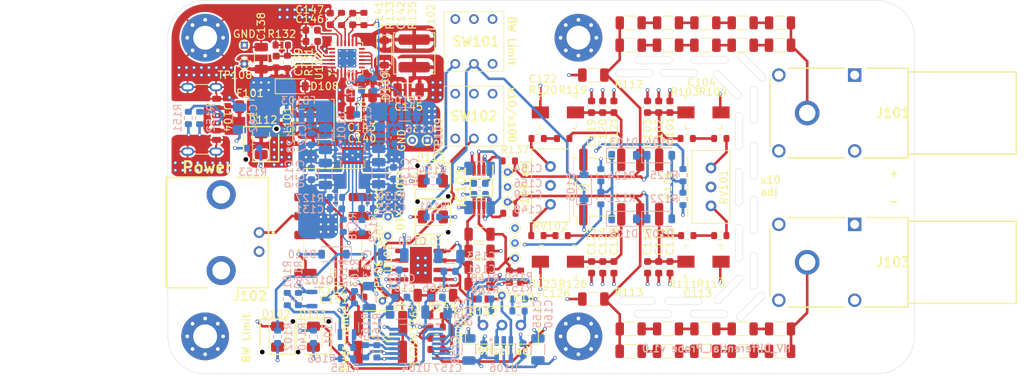
<source format=kicad_pcb>
(kicad_pcb (version 20241229) (generator "pcbnew") (generator_version "9.0")
  (layers (0 "F.Cu" signal) (4 "In1.Cu" signal) (6 "In2.Cu" signal) (2 "B.Cu" signal) (13 "F.Paste" user) (15 "B.Paste" user) (5 "F.SilkS" user "F.Silkscreen") (7 "B.SilkS" user "B.Silkscreen") (1 "F.Mask" user) (3 "B.Mask" user) (25 "Edge.Cuts" user))
  (net 0 "")
  (net 1 "GND")
  (net 2 "+15V")
  (net 3 "-15V")
  (net 4 "/Input_attenuator/INPUT_P")
  (net 5 "/Input_attenuator/INPUT_N")
  (net 6 "/Amplifier/Att_N")
  (net 7 "(+)_Protection_Bias")
  (net 8 "(-)_Protection_Bias")
  (net 9 "+5V")
  (net 10 "/Amplifier/BW_Limit")
  (net 11 "/Amplifier/Output")
  (net 12 "+12V")
  (net 13 "-12V")
  (net 14 "Net-(C101-Pad1)")
  (net 15 "Net-(C105-Pad1)")
  (net 16 "Net-(C106-Pad2)")
  (net 17 "Net-(C107-Pad2)")
  (net 18 "Net-(C108-Pad2)")
  (net 19 "Net-(C110-Pad2)")
  (net 20 "Net-(C114-Pad1)")
  (net 21 "Net-(C115-Pad2)")
  (net 22 "Net-(C116-Pad2)")
  (net 23 "Net-(C117-Pad2)")
  (net 24 "Net-(C119-Pad1)")
  (net 25 "Net-(C123-Pad2)")
  (net 26 "Net-(U101-FBP)")
  (net 27 "Net-(U101-NR{slash}SS)")
  (net 28 "Net-(U101-FBN)")
  (net 29 "Net-(U102-FBP)")
  (net 30 "Net-(U102-VREF)")
  (net 31 "Net-(U102-FBN)")
  (net 32 "Net-(U102-ENN)")
  (net 33 "Net-(U102-CP)")
  (net 34 "Net-(U102-CN)")
  (net 35 "Net-(C151-Pad2)")
  (net 36 "Net-(D108-A)")
  (net 37 "Net-(D109-K)")
  (net 38 "Net-(F101-Pad1)")
  (net 39 "Net-(IC101-FB)")
  (net 40 "Net-(IC101--IN)")
  (net 41 "/Amplifier/Single_ended_input")
  (net 42 "Net-(IC101-+IN)")
  (net 43 "Net-(U101-EN)")
  (net 44 "Net-(U101-INN)")
  (net 45 "Net-(K102-Pad10)")
  (net 49 "Net-(D101-A)")
  (net 50 "Net-(D102-A)")
  (net 51 "Net-(R103-Pad1)")
  (net 52 "Net-(R104-Pad1)")
  (net 53 "Net-(R105-Pad2)")
  (net 54 "Net-(R106-Pad2)")
  (net 55 "Net-(R107-Pad2)")
  (net 56 "Net-(R108-Pad2)")
  (net 57 "Net-(R110-Pad1)")
  (net 58 "Net-(R110-Pad2)")
  (net 59 "Net-(R114-Pad2)")
  (net 60 "Net-(R115-Pad2)")
  (net 61 "Net-(R116-Pad2)")
  (net 62 "Net-(R117-Pad2)")
  (net 63 "Net-(R119-Pad1)")
  (net 64 "Net-(R120-Pad1)")
  (net 65 "Net-(R123-Pad2)")
  (net 66 "Net-(R123-Pad1)")
  (net 67 "Net-(U101-BUF)")
  (net 68 "Net-(R136-Pad1)")
  (net 69 "Net-(U106--)")
  (net 70 "Net-(U103--)")
  (net 71 "Net-(R148-Pad1)")
  (net 72 "Net-(R150-Pad2)")
  (net 73 "Net-(U106-+)")
  (net 78 "Net-(D112-K)")
  (net 79 "Net-(D113-A)")
  (net 80 "Net-(J104-CC1)")
  (net 81 "Net-(J104-CC2)")
  (net 82 "Net-(U103-+)")
  (net 83 "Net-(SW101-A)")
  (net 85 "/Amplifier/Att_P")
  (net 86 "Net-(R157-Pad2)")
  (net 87 "Net-(R158-Pad1)")
  (net 88 "Net-(U104C-+)")
  (net 89 "Net-(D111-A)")
  (net 90 "Net-(D111-K)")
  (net 91 "Net-(Q102-G)")
  (net 92 "Net-(Q102-D)")
  (net 93 "/Buttons_indication/x10_attenuation")
  (net 94 "Net-(R155-Pad2)")
  (net 95 "Net-(U104C--)")
  (net 96 "Net-(Q101-S)")
  (net 97 "Net-(Q101-G)")
  (net 98 "Net-(U104B--)")
  (net 99 "Net-(U104B-+)")
  (net 100 "Net-(U104A--)")
  (net 101 "Net-(U104A-+)")
  (footprint "Capacitor_SMD:C_1206_3216Metric" (layer "F.Cu") (at 177 147 180)
    (property "Reference" "C115" (hide yes))
    (property "Value" "10p")
  )
  (footprint "Resistor_SMD:R_0603_1608Metric" (layer "F.Cu") (at 136 143.75 180)
    (property "Reference" "R172" (hide yes))
    (property "Value" "10k")
  )
  (footprint "Resistor_SMD:R_0603_1608Metric" (layer "F.Cu") (at 145.75 137 90)
    (property "Reference" "R169" (hide yes))
    (property "Value" "10k")
  )
  (footprint "Relay_SMD:Relay_DPDT_Kemet_EE2_NU" (layer "F.Cu") (at 122.085 130.155 180)
    (property "Reference" "K102")
    (property "Value" "EE2-5NU")
  )
  (footprint "TestPoint:TestPoint_THTPad_D1.0mm_Drill0.5mm" (layer "F.Cu") (at 129.5 129 -90)
    (property "Reference" "TP111")
    (property "Value" "TestPoint")
  )
  (footprint "Capacitor_SMD:C_0603_1608Metric" (layer "F.Cu") (at 164.26 135.75 90)
    (property "Reference" "C110")
    (property "Value" "120p")
  )
  (footprint "MountingHole:MountingHole_3.2mm_M3_Pad_Via" (layer "F.Cu") (at 155 145)
    (property "Reference" "REF**" (hide yes))
    (property "Value" "MountingHole_3.2mm_M3_Pad_Via")
  )
  (footprint "Resistor_SMD:R_0603_1608Metric" (layer "F.Cu") (at 147.25 137 90)
    (property "Reference" "R170" (hide yes))
    (property "Value" "10k")
  )
  (footprint "Resistor_SMD:R_0603_1608Metric" (layer "F.Cu") (at 145.75 128.51)
    (property "Reference" "R138" (hide yes))
    (property "Value" "0R")
  )
  (footprint "Resistor_SMD:R_2512_6332Metric" (layer "F.Cu") (at 128.4625 147.25 180)
    (property "Reference" "R139")
    (property "Value" "49.9R")
  )
  (footprint "Capacitor_SMD:C_0603_1608Metric" (layer "F.Cu") (at 158.25 114.25 90)
    (property "Reference" "C120")
    (property "Value" "510p")
  )
  (footprint "Capacitor_SMD:C_0603_1608Metric" (layer "F.Cu") (at 121.7625 102.4875 90)
    (property "Reference" "C141")
    (property "Value" "220n")
  )
  (footprint "Resistor_SMD:R_1206_3216Metric" (layer "F.Cu") (at 141.75 138)
    (property "Reference" "R159" (hide yes))
    (property "Value" "49.9R")
  )
  (footprint "Resistor_SMD:R_1206_3216Metric" (layer "F.Cu") (at 172 103 180)
    (property "Reference" "R107" (hide yes))
    (property "Value" "1M")
  )
  (footprint "Resistor_SMD:R_1206_3216Metric" (layer "F.Cu") (at 177 144 180)
    (property "Reference" "R115" (hide yes))
    (property "Value" "1M")
  )
  (footprint "Capacitor_SMD:C_0603_1608Metric" (layer "F.Cu") (at 167.26 135.75 90)
    (property "Reference" "C112")
    (property "Value" "20p")
  )
  (footprint "Resistor_SMD:R_1206_3216Metric" (layer "F.Cu") (at 141.75 135.75)
    (property "Reference" "R156" (hide yes))
    (property "Value" "49.9R")
  )
  (footprint "TestPoint:TestPoint_THTPad_D1.0mm_Drill0.5mm" (layer "F.Cu") (at 144.75 139.5)
    (property "Reference" "TP107")
    (property "Value" "TestPoint")
  )
  (footprint "TestPoint:TestPoint_THTPad_D1.0mm_Drill0.5mm" (layer "F.Cu") (at 146.52 134.52)
    (property "Reference" "TP105" (hide yes))
    (property "Value" "TestPoint")
  )
  (footprint "Capacitor_SMD:C_0603_1608Metric" (layer "F.Cu") (at 156.75 114.25 90)
    (property "Reference" "C119")
    (property "Value" "1.5n")
  )
  (footprint "SamacSys_Parts:MHPS2285" (layer "F.Cu") (at 138.5 108.5)
    (property "Reference" "SW101")
    (property "Value" "SW_SPDT" (hide yes))
  )
  (footprint "Resistor_SMD:R_2512_6332Metric" (layer "F.Cu") (at 128.5 143.25 180)
    (property "Reference" "R136")
    (property "Value" "49.9R")
  )
  (footprint "Resistor_SMD:R_0603_1608Metric" (layer "F.Cu") (at 123.2625 102.4875 90)
    (property "Reference" "R133")
    (property "Value" "xxx")
  )
  (footprint "Resistor_SMD:R_1206_3216Metric" (layer "F.Cu") (at 177 103 180)
    (property "Reference" "R106" (hide yes))
    (property "Value" "1M")
  )
  (footprint "Capacitor_SMD:C_1206_3216Metric" (layer "F.Cu") (at 112.5125 107.7375 90)
    (property "Reference" "C138")
    (property "Value" "22u")
  )
  (footprint "Package_DFN_QFN:VQFN-24-1EP_4x4mm_P0.5mm_EP2.45x2.45mm_ThermalVias" (layer "F.Cu") (at 124 107.7375 90)
    (property "Reference" "U102")
    (property "Value" "TPS65130RGE")
  )
  (footprint "Diode_SMD:D_1206_3216Metric" (layer "F.Cu") (at 119.5 145.05 -90)
    (property "Reference" "D111")
    (property "Value" "RLED")
  )
  (footprint "Potentiometer_THT:Potentiometer_Bourns_3296W_Vertical" (layer "F.Cu") (at 172.75 122.44 90)
    (property "Reference" "RV101")
    (property "Value" "500R")
  )
  (footprint "Resistor_SMD:R_0603_1608Metric" (layer "F.Cu") (at 136 146.75)
    (property "Reference" "R168" (hide yes))
    (property "Value" "2k")
  )
  (footprint "TestPoint:TestPoint_THTPad_D1.0mm_Drill0.5mm" (layer "F.Cu") (at 132.75 118.75 90)
    (property "Reference" "GND")
    (property "Value" "TestPoint")
  )
  (footprint "Capacitor_SMD:C_1206_3216Metric" (layer "F.Cu") (at 182 147)
    (property "Reference" "C114" (hide yes))
    (property "Value" "10p")
  )
  (footprint "TestPoint:TestPoint_THTPad_D1.0mm_Drill0.5mm" (layer "F.Cu") (at 129.45 131.55)
    (property "Reference" "GND")
    (property "Value" "TestPoint")
  )
  (footprint "Capacitor_SMD:C_0603_1608Metric" (layer "F.Cu") (at 156.76 135.75 90)
    (property "Reference" "C123")
    (property "Value" "1.5n")
  )
  (footprint "SamacSys_Parts:VLP600R" (layer "F.Cu") (at 116.75 143 180)
    (property "Reference" "H**" (hide yes))
    (property "Value" "VLP600R" (hide yes))
  )
  (footprint "Capacitor_SMD:C_1206_3216Metric" (layer "F.Cu") (at 157 140 180)
    (property "Reference" "R113")
    (property "Value" "220k, 0.1%")
  )
  (footprint "Capacitor_SMD:C_0603_1608Metric" (layer "F.Cu") (at 124.7625 102.4875 90)
    (property "Reference" "C142")
    (property "Value" "220n")
  )
  (footprint "TestPoint:TestPoint_THTPad_D1.0mm_Drill0.5mm" (layer "F.Cu") (at 110.25 108.5 90)
    (property "Reference" "TP108")
    (property "Value" "TestPoint")
  )
  (footprint "Resistor_SMD:R_1206_3216Metric" (layer "F.Cu") (at 172 144 180)
    (property "Reference" "R116" (hide yes))
    (property "Value" "1M")
  )
  (footprint "Capacitor_SMD:C_Trimmer_Murata_TZB4-A" (layer "F.Cu") (at 171.75 115)
    (property "Reference" "C104")
    (property "Value" "10p")
  )
  (footprint "Capacitor_SMD:C_0603_1608Metric" (layer "F.Cu") (at 164.25 114.25 90)
    (property "Reference" "C103")
    (property "Value" "20p")
  )
  (footprint "Capacitor_SMD:C_0603_1608Metric" (layer "F.Cu") (at 125.5 139.75 180)
    (property "Reference" "C151")
    (property "Value" "300p")
  )
  (footprint "Resistor_SMD:R_0603_1608Metric" (layer "F.Cu") (at 115.2625 105.9875 180)
    (property "Reference" "R132")
    (property "Value" "xxx")
  )
  (footprint "TestPoint:TestPoint_THTPad_D1.0mm_Drill0.5mm" (layer "F.Cu") (at 134.75 118.75 90)
    (property "Reference" "TP109")
    (property "Value" "TestPoint")
  )
  (footprint "TestPoint:TestPoint_THTPad_D1.0mm_Drill0.5mm" (layer "F.Cu") (at 145.5 127)
    (property "Reference" "TP104" (hide yes))
    (property "Value" "TestPoint")
  )
  (footprint "Capacitor_SMD:C_1206_3216Metric" (layer "F.Cu") (at 182 106)
    (property "Reference" "C105" (hide yes))
    (property "Value" "10p")
  )
  (footprint "Relay_SMD:Relay_DPDT_Kemet_EE2_NU" (layer "F.Cu") (at 162 125 90)
    (property "Reference" "K101")
    (property "Value" "EE2-5NU")
  )
  (footprint "Capacitor_SMD:C_Trimmer_Murata_TZB4-A" (layer "F.Cu") (at 152.25 115 180)
    (property "Reference" "C122")
    (property "Value" "10p")
  )
  (footprint "Capacitor_SMD:C_1206_3216Metric" (layer "F.Cu") (at 177 106 180)
    (property "Reference" "C106" (hide yes))
    (property "Value" "10p")
  )
  (footprint "TestPoint:TestPoint_THTPad_D1.0mm_Drill0.5mm" (layer "F.Cu") (at 146.5 132.5 90)
    (property "Reference" "GND" (hide yes))
    (property "Value" "TestPoint")
  )
  (footprint "Capacitor_SMD:C_0603_1608Metric" (layer "F.Cu") (at 167.25 114.25 90)
    (property "Reference" "C101")
    (property "Value" "120p")
  )
  (footprint "Potentiometer_THT:Potentiometer_Bourns_3296W_Vertical" (layer "F.Cu") (at 151.25 122.24 90)
    (property "Reference" "RV102")
    (property "Value" "220R")
  )
  (footprint "Fuse:Fuse_1206_3216Metric" (layer "F.Cu") (at 111 114.25)
    (property "Reference" "F101")
    (property "Value" "300mA")
  )
  (footprint "Resistor_SMD:R_1206_3216Metric" (layer "F.Cu") (at 167 144 180)
    (property "Reference" "R117" (hide yes))
    (property "Value" "1M")
  )
  (footprint "Resistor_SMD:R_1206_3216Metric" (layer "F.Cu") (at 162 103 180)
    (property "Reference" "R109" (hide yes))
    (property "Value" "1M")
  )
  (footprint "Resistor_SMD:R_1206_3216Metric" (layer "F.Cu") (at 141.75 133.57)
    (property "Reference" "R145" (hide yes))
    (property "Value" "100R, 0.1%")
  )
  (footprint "SamacSys_Parts:SOP65P490X110-8N" (layer "F.Cu") (at 142 125 -90)
    (property "Reference" "IC101")
    (property "Value" "AD8130ARM" (hide yes))
  )
  (footprint "Resistor_SMD:R_0603_1608Metric" (layer "F.Cu") (at 149.5375 118.5)
    (property "Reference" "R120")
    (property "Value" "0R")
  )
  (footprint "Capacitor_SMD:C_1206_3216Metric" (layer "F.Cu") (at 167 147 180)
    (property "Reference" "C117" (hide yes))
    (property "Value" "10p")
  )
  (footprint "TestPoint:TestPoint_THTPad_D1.0mm_Drill0.5mm" (layer "F.Cu") (at 146.5 130.5 -90)
    (property "Reference" "TP110" (hide yes))
    (property "Value" "TestPoint")
  )
  (footprint "Capacitor_SMD:C_0603_1608Metric" (layer "F.Cu") (at 158.26 135.75 90)
    (property "Reference" "C124")
    (property "Value" "510p")
  )
  (footprint "Resistor_SMD:R_1206_3216Metric" (layer "F.Cu") (at 182 144 180)
    (property "Reference" "R114" (hide yes))
    (property "Value" "1M")
  )
  (footprint "Resistor_SMD:R_0603_1608Metric" (layer "F.Cu") (at 149.5 131.5 180)
    (property "Reference" "R123")
    (property "Value" "0R")
  )
  (footprint "Resistor_SMD:R_0603_1608Metric" (layer "F.Cu") (at 142 140)
    (property "Reference" "R142")
    (property "Value" "100k")
  )
  (footprint "Diode_SMD:D_1206_3216Metric" (layer "F.Cu") (at 112.5 119.25 90)
    (property "Reference" "D112")
    (property "Value" "GLED")
  )
  (footprint "MountingHole:MountingHole_3.2mm_M3_Pad_Via" (layer "F.Cu") (at 105 145)
    (property "Reference" "REF**" (hide yes))
    (property "Value" "MountingHole_3.2mm_M3_Pad_Via")
  )
  (footprint "Resistor_SMD:R_0603_1608Metric" (layer "F.Cu") (at 174 118.5 180)
    (property "Reference" "R104")
    (property "Value" "0R")
  )
  (footprint "TestPoint:TestPoint_THTPad_D1.0mm_Drill0.5mm" (layer "F.Cu") (at 145.5 125 90)
    (property "Reference" "GND" (hide yes))
    (property "Value" "TestPoint")
  )
  (footprint "Capacitor_SMD:C_1206_3216Metric" (layer "F.Cu") (at 157 110)
    (property "Reference" "R112")
    (property "Value" "220k, 0.1%")
  )
  (footprint "SamacSys_Parts:VLP600R" (layer "F.Cu") (at 137.55 126.25 90)
    (property "Reference" "H**" (hide yes))
    (property "Value" "VLP600R" (hide yes))
  )
  (footprint "TestPoint:TestPoint_THTPad_D1.0mm_Drill0.5mm" (layer "F.Cu") (at 110.25 106 180)
    (property "Reference" "GND")
    (property "Value" "TestPoint")
  )
  (footprint "Resistor_SMD:R_0603_1608Metric" (layer "F.Cu") (at 126.2625 102.4875 90)
    (property "Reference" "R135")
    (property "Value" "xxx")
  )
  (footprint "Resistor_SMD:R_0603_1608Metric" (layer "F.Cu") (at 152.9625 118.5)
    (property "Reference" "R119")
    (property "Value" "5.1k, 0.1%")
  )
  (footprint "Resistor_SMD:R_0603_1608Metric" (layer "F.Cu") (at 169.5 118.5 180)
    (property "Reference" "R103")
    (property "Value" "68k")
  )
  (footprint "Resistor_SMD:R_1206_3216Metric" (layer "F.Cu") (at 136.75 139.5)
    (property "Reference" "R144")
    (property "Value" "143R, 0.1%")
  )
  (footprint "Diode_SMD:D_1206_3216Metric" (layer "F.Cu") (at 135.5 129)
    (property "Reference" "D101")
    (property "Value" "BLED")
  )
  (footprint "TestPoint:TestPoint_THTPad_D1.0mm_Drill0.5mm" (layer "F.Cu") (at 145.5 123)
    (property "Reference" "TP103" (hide yes))
    (property "Value" "TestPoint")
  )
  (footprint "Potentiometer_THT:Potentiometer_Bourns_3296W_Vertical" (layer "F.Cu") (at 147.29 143.5)
    (property "Reference" "RV103")
    (property "Value" "100R")
  )
  (footprint "Resistor_SMD:R_0603_1608Metric" (layer "F.Cu") (at 152.75 131.5 180)
    (property "Reference" "R126")
    (property "Value" "5.1k, 0.1%")
  )
  (footprint "Capacitor_SMD:C_1206_3216Metric" (layer "F.Cu") (at 162 147 180)
    (property "Reference" "C118" (hide yes))
    (property "Value" "10p")
  )
  (footprint "Capacitor_SMD:C_0603_1608Metric" (layer "F.Cu") (at 159.75 135.75 90)
    (property "Reference" "C125")
    (property "Value" "50p")
  )
  (footprint "Resistor_SMD:R_0603_1608Metric" (layer "F.Cu") (at 136 142.25)
    (property "Reference" "R171" (hide yes))
    (property "Value" "2k")
  )
  (footprint "MountingHole:MountingHole_3.2mm_M3" (layer "F.Cu") (at 195 105)
    (property "Reference" "REF**" (hide yes))
    (property "Value" "MountingHole_3.2mm_M3")
  )
  (footprint "Capacitor_SMD:C_1206_3216Metric" (layer "F.Cu") (at 172 106 180)
    (property "Reference" "C107" (hide yes))
    (property "Value" "10p")
  )
  (footprint "SamacSys_Parts:MHPS2285" (layer "F.Cu") (at 138.5 118.5)
    (property "Reference" "SW102")
    (property "Value" "SW_SPDT" (hide yes))
  )
  (footprint "SamacSys_Parts:VLP600R" (layer "F.Cu") (at 121.55 143 180)
    (property "Reference" "H**" (hide yes))
    (property "Value" "VLP600R" (hide yes))
  )
  (footprint "Resistor_SMD:R_0603_1608Metric" (layer "F.Cu") (at 136 145.25 180)
    (property "Reference" "R167" (hide yes))
    (property "Value" "10k")
  )
  (footprint "Capacitor_SMD:C_Trimmer_Murata_TZB4-A" (layer "F.Cu") (at 152.25 135)
    (property "Reference" "C126")
    (property "Value" "10p")
  )
  (footprint "SamacSys_Parts:VLP600R" (layer "F.Cu") (at 137.55 131.05 90)
    (property "Reference" "H**" (hide yes))
    (property "Value" "VLP600R" (hide yes))
  )
  (footprint "Resistor_SMD:R_0603_1608Metric" (layer "F.Cu") (at 116.0125 108.2375 90)
    (property "Reference" "R131")
    (property "Value" "xxx")
  )
  (footprint "Capacitor_SMD:C_0603_1608Metric" (layer "F.Cu") (at 165.75 114.25 90)
    (property "Reference" "C102")
    (property "Value" "50p")
  )
  (footprint "SamacSys_Parts:SWEB8094AuRT" (layer "F.Cu") (at 192 130 180)
    (property "Reference" "J103")
    (property "Value" "Conn_01x01_Socket" (hide yes))
  )
  (footprint "MountingHole:MountingHole_3.2mm_M3" (layer "F.Cu") (at 195 145)
    (property "Reference" "REF**" (hide yes))
    (property "Value" "MountingHole_3.2mm_M3")
  )
  (footprint "Diode_SMD:D_1206_3216Metric" (layer "F.Cu") (at 135.5 124.2)
    (property "Reference" "D113")
    (property "Value" "BLED")
  )
  (footprint "Capacitor_SMD:C_1206_3216Metric" (layer "F.Cu") (at 172 147 180)
    (property "Reference" "C116" (hide yes))
    (property "Value" "10p")
  )
  (footprint "Capacitor_SMD:C_0603_1608Metric" (layer "F.Cu") (at 119.2625 103.9875)
    (property "Reference" "C147")
    (property "Value" "xxx")
  )
  (footprint "Capacitor_SMD:C_1206_3216Metric" (layer "F.Cu") (at 132.25 112)
    (property "Reference" "C145")
    (property "Value" "22u")
  )
  (footprint "MountingHole:MountingHole_3.2mm_M3_Pad_Via" (layer "F.Cu") (at 105 105)
    (property "Reference" "REF**" (hide yes))
    (property "Value" "MountingHole_3.2mm_M3_Pad_Via")
  )
  (footprint "Resistor_SMD:R_1206_3216Metric" (layer "F.Cu") (at 167 103 180)
    (property "Reference" "R108" (hide yes))
    (property "Value" "1M")
  )
  (footprint "SamacSys_Parts:SWEB8094AuRT" (layer "F.Cu") (at 192 110 180)
    (property "Reference" "J101")
    (property "Value" "Conn_01x01_Socket" (hide yes))
  )
  (footprint "Inductor_SMD:L_APV_ANR5040" (layer "F.Cu") (at 119.5 116 90)
    (property "Reference" "L101")
    (property "Value" "4.7uH")
  )
  (footprint "Diode_SMD:D_SOD-123" (layer "F.Cu") (at 116.75 111.5)
    (property "Reference" "D108")
    (property "Value" "D_Schottky_Small")
  )
  (footprint "Capacitor_SMD:C_Trimmer_Murata_TZB4-A" (layer "F.Cu") (at 171.75 135 180)
    (property "Reference" "C113")
    (property "Value" "10p")
  )
  (footprint "Inductor_SMD:L_APV_ANR5040" (layer "F.Cu") (at 133 107.0975 90)
    (property "Reference" "L102")
    (property "Value" "4.7uH")
  )
  (footprint "Resistor_SMD:R_1206_3216Metric" (layer "F.Cu") (at 141.75 131.32 180)
    (property "Reference" "R141" (hide yes))
    (property "Value" "100R, 0.1%")
  )
  (footprint "Capacitor_SMD:C_1206_3216Metric" (layer "F.Cu") (at 125.9525 115.0675 180)
    (property "Reference" "C140")
    (property "Value" "4.7u")
  )
  (footprint "Capacitor_SMD:C_0603_1608Metric" (layer "F.Cu") (at 119.2875 105.4875)
    (property "Reference" "C146")
    (property "Value" "xxx")
  )
  (footprint "Capacitor_SMD:C_1206_3216Metric" (layer "F.Cu") (at 167 106 180)
    (property "Reference" "C108" (hide yes))
    (property "Value" "10p")
  )
  (footprint "Resistor_SMD:R_1206_3216Metric" (layer "F.Cu") (at 132 139.5 180)
    (property "Reference" "R143")
    (property "Value" "576R, 0.1%")
  )
  (footprint "Resistor_SMD:R_0603_1608Metric" (layer "F.Cu") (at 145.675 121.5 180)
    (property "Reference" "R137")
    (property "Value" "0R")
  )
  (footprint "SamacSys_Parts:2269901" (layer "F.Cu") (at 112.23 131.1 90)
    (property "Reference" "J102")
    (property "Value" "Conn_Coaxial" (hide yes))
  )
  (footprint "Capacitor_SMD:C_0603_1608Metric" (layer "F.Cu") (at 165.75 135.75 90)
    (property "Reference" "C111")
    (property "Value" "50p")
  )
  (footprint "Capacitor_SMD:C_0603_1608Metric" (layer "F.Cu") (at 114.5125 108.2375 90)
    (property "Reference" "C139")
    (property "Value" "xxx")
  )
  (footprint "Diode_SMD:D_1206_3216Metric" (layer "F.Cu") (at 114.7 145.05 -90)
    (property "Reference" "D102")
    (property "Value" "BLED")
  )
  (footprint "Resistor_SMD:R_0603_1608Metric" (layer "F.Cu") (at 169.575 131.5)
    (property "Reference" "R111")
    (property "Value" "68k")
  )
  (footprint "Capacitor_SMD:C_1206_3216Metric" (layer "F.Cu") (at 125.9525 112.7175 180)
    (property "Reference" "C143")
    (property "Value" "4.7u")
  )
  (footprint "Diode_SMD:D_SOD-123" (layer "F.Cu") (at 129 107.0275 -90)
    (property "Reference" "D109")
    (property "Value" "xxx")
  )
  (footprint "Capacitor_SMD:C_1206_3216Metric" (layer "F.Cu") (at 162 106 180)
    (property "Reference" "C109" (hide yes))
    (property "Value" "10p")
  )
  (footprint "Resistor_SMD:R_1206_3216Metric" (layer "F.Cu") (at 162 144 180)
    (property "Reference" "R118" (hide yes))
    (property "Value" "1M")
  )
  (footprint "Capacitor_SMD:C_0603_1608Metric" (layer "F.Cu") (at 159.75 114.25 90)
    (property "Reference" "C121")
    (property "Value" "50p")
  )
  (footprint "Connector_USB:USB_C_Receptacle_GCT_USB4125-xx-x_6P_TopMnt_Horizontal" (layer "F.Cu") (at 103.45 115.93 -90)
    (property "Reference" "J104")
    (property "Value" "USB_C_Receptacle_PowerOnly_6P")
  )
  (footprint "Resistor_SMD:R_1206_3216Metric" (layer "F.Cu") (at 182 103 180)
    (property "Reference" "R105" (hide yes))
    (property "Value" "1M")
  )
  (footprint "SamacSys_Parts:VLP600R" (layer "F.Cu") (at 114.55 117.2 180)
    (property "Reference" "H**" (hide yes))
    (property "Value" "VLP600R" (hide yes))
  )
  (footprint "MountingHole:MountingHole_3.2mm_M3_Pad_Via" (layer "F.Cu") (at 155 105)
    (property "Reference" "REF**" (hide yes))
    (property "Value" "MountingHole_3.2mm_M3_Pad_Via")
  )
  (footprint "Resistor_SMD:R_0603_1608Metric" (layer "F.Cu") (at 174 131.5)
    (property "Reference" "R110")
    (property "Value" "0R")
  )
  (footprint "Package_SO:Texas_R-PDSO-G8_EP2.95x4.9mm_Mask2.4x3.1mm" (layer "F.Cu") (at 133.9 135.47 180)
    (property "Reference" "U103")
    (property "Value" "THS3491xDDA")
  )
  (footprint "TestPoint:TestPoint_THTPad_D1.0mm_Drill0.5mm" (layer "F.Cu") (at 128.75 140.25)
    (property "Reference" "TP106")
    (property "Value" "TestPoint")
  )
  (footprint "Resistor_SMD:R_0603_1608Metric" (layer "B.Cu") (at 119.5 145.05 90)
    (property "Reference" "R140")
    (property "Value" "1k")
  )
  (footprint "Resistor_SMD:R_0603_1608Metric" (layer "B.Cu") (at 169 126.5875 -90)
    (property "Reference" "R122")
    (property "Value" "3.3k")
  )
  (footprint "Inductor_SMD:L_1206_3216Metric" (layer "B.Cu") (at 117.5 115.5)
    (property "Reference" "FB103")
    (property "Value" "FerriteBead_Small")
  )
  (footprint "Capacitor_SMD:C_0603_1608Metric" (layer "B.Cu") (at 147.575 146.75 90)
    (property "Reference" "C155")
    (property "Value" "100n")
  )
  (footprint "Resistor_SMD:R_0603_1608Metric" (layer "B.Cu") (at 127.6 111.2375 90)
    (property "Reference" "R134")
    (property "Value" "100R")
  )
  (footprint "Capacitor_SMD:C_1206_3216Metric" (layer "B.Cu") (at 140.325 146.7625 90)
    (property "Reference" "C157")
    (property "Value" "10u")
  )
  (footprint "Capacitor_SMD:C_0603_1608Metric" (layer "B.Cu") (at 130.4 118.4 -90)
    (property "Reference" "C136")
    (property "Value" "100n")
  )
  (footprint "Capacitor_SMD:C_0603_1608Metric" (layer "B.Cu") (at 142.325 146.7625 90)
    (property "Reference" "C158")
    (property "Value" "100n")
  )
  (footprint "Diode_SMD:D_SOD-123" (layer "B.Cu") (at 161.1 120.75)
    (property "Reference" "D103")
    (property "Value" "1N4148W")
  )
  (footprint "Capacitor_SMD:C_1206_3216Metric" (layer "B.Cu") (at 130.2 134.1)
    (property "Reference" "C150")
    (property "Value" "6.8u")
  )
  (footprint "Capacitor_SMD:C_1206_3216Metric" (layer "B.Cu") (at 109.6 115.8 90)
    (property "Reference" "C162")
    (property "Value" "22u")
  )
  (footprint "Inductor_SMD:L_1206_3216Metric" (layer "B.Cu") (at 131.75 115.25 180)
    (property "Reference" "FB104")
    (property "Value" "FerriteBead_Small")
  )
  (footprint "Capacitor_SMD:C_0603_1608Metric" (layer "B.Cu") (at 122.52 127.925)
    (property "Reference" "C131")
    (property "Value" "10n")
  )
  (footprint "Resistor_SMD:R_0603_1608Metric" (layer "B.Cu") (at 126.72 126.425)
    (property "Reference" "R130")
    (property "Value" "90.9k")
  )
  (footprint "Resistor_SMD:R_0603_1608Metric" (layer "B.Cu") (at 126.5 147 90)
    (property "Reference" "R165")
    (property "Value" "1k")
  )
  (footprint "Capacitor_SMD:C_1206_3216Metric" (layer "B.Cu") (at 126.98 139.75 90)
    (property "Reference" "C163")
    (property "Value" "330n")
  )
  (footprint "Resistor_SMD:R_0603_1608Metric" (layer "B.Cu") (at 135.5 124.2 180)
    (property "Reference" "R154")
    (property "Value" "1k")
  )
  (footprint "Capacitor_SMD:C_0603_1608Metric" (layer "B.Cu") (at 125.3 116.05 90)
    (property "Reference" "C132")
    (property "Value" "10n")
  )
  (footprint "Capacitor_SMD:C_0603_1608Metric" (layer "B.Cu") (at 137.75 136.3 180)
    (property "Reference" "C161")
    (property "Value" "100n")
  )
  (footprint "Resistor_SMD:R_0603_1608Metric" (layer "B.Cu") (at 122.52 126.395 180)
    (property "Reference" "R127")
    (property "Value" "90.9k")
  )
  (footprint "Diode_SMD:D_SOD-123" (layer "B.Cu") (at 155.75 125 90)
    (property "Reference" "D105")
    (property "Value" "D_Small")
  )
  (footprint "Capacitor_SMD:C_1206_3216Metric" (layer "B.Cu") (at 128.25 118.4 -90)
    (property "Reference" "C137")
    (property "Value" "10u")
  )
  (footprint "Package_SO:TSSOP-14_4.4x5mm_P0.65mm" (layer "B.Cu") (at 133.25 146 180)
    (property "Reference" "U104")
    (property "Value" "LM339")
  )
  (footprint "Capacitor_SMD:C_1206_3216Metric" (layer "B.Cu") (at 136 141.75 180)
    (property "Reference" "C165")
    (property "Value" "10u")
  )
  (footprint "Resistor_SMD:R_0603_1608Metric" (layer "B.Cu") (at 128 147 -90)
    (property "Reference" "R164")
    (property "Value" "100k")
  )
  (footprint "Resistor_SMD:R_0603_1608Metric" (layer "B.Cu") (at 158 123.4125 -90)
    (property "Reference" "R124")
    (property "Value" "3.3k")
  )
  (footprint "Resistor_SMD:R_0603_1608Metric" (layer "B.Cu") (at 123.5 139.75 90)
    (property "Reference" "R162")
    (property "Value" "10R")
  )
  (footprint "Capacitor_SMD:C_0603_1608Metric" (layer "B.Cu") (at 130.25 123.15 90)
    (property "Reference" "C135")
    (property "Value" "100n")
  )
  (footprint "Diode_SMD:D_SOD-123" (layer "B.Cu") (at 165.85 120.75)
    (property "Reference" "D104")
    (property "Value" "1N4148W")
  )
  (footprint "Resistor_SMD:R_0603_1608Metric" (layer "B.Cu") (at 146.975 141.6)
    (property "Reference" "R157")
    (property "Value" "100k")
  )
  (footprint "Capacitor_SMD:C_1206_3216Metric" (layer "B.Cu") (at 121.1 118.55 -90)
    (property "Reference" "C128")
    (property "Value" "10u")
  )
  (footprint "Package_TO_SOT_SMD:SOT-23-5" (layer "B.Cu") (at 145 146.75 -90)
    (property "Reference" "U106")
    (property "Value" "LM321")
  )
  (footprint "Capacitor_SMD:C_0603_1608Metric" (layer "B.Cu") (at 131.25 139.75)
    (property "Reference" "C164")
    (property "Value" "100n")
  )
  (footprint "Resistor_SMD:R_0603_1608Metric" (layer "B.Cu") (at 158 126.4875 -90)
    (property "Reference" "R121")
    (property "Value" "10k")
  )
  (footprint "Capacitor_SMD:C_0603_1608Metric" (layer "B.Cu") (at 119.2 118.55 -90)
    (property "Reference" "C127")
    (property "Value" "100n")
  )
  (footprint "Capacitor_SMD:C_0603_1608Metric" (layer "B.Cu") (at 136 139.75 180)
    (property "Reference" "C166")
    (property "Value" "100n")
  )
  (footprint "Resistor_SMD:R_0603_1608Metric" (layer "B.Cu") (at 104.26 115.75 -90)
    (property "Reference" "R152")
    (property "Value" "10k")
  )
  (footprint "Diode_SMD:D_SOD-123" (layer "B.Cu") (at 161.1 129.25)
    (property "Reference" "D106")
    (property "Value" "1N4148W")
  )
  (footprint "Resistor_SMD:R_0603_1608Metric" (layer "B.Cu") (at 102.75 115.75 -90)
    (property "Reference" "R151")
    (property "Value" "10k")
  )
  (footprint "Capacitor_SMD:C_1206_3216Metric" (layer "B.Cu") (at 131.25 141.75)
    (property "Reference" "C159")
    (property "Value" "10u")
  )
  (footprint "Diode_SMD:D_SOD-123" (layer "B.Cu") (at 122.25 134 180)
    (property "Reference" "D110")
    (property "Value" "D_Small")
  )
  (footprint "Package_SON:Texas_S-PVSON-N10_ThermalVias" (layer "B.Cu") (at 124.75 120.775 -90)
    (property "Reference" "U101")
    (property "Value" "TPS7A39")
  )
  (footprint "Resistor_SMD:R_0603_1608Metric" (layer "B.Cu") (at 124 146.5 180)
    (property "Reference" "R166")
    (property "Value" "10R")
  )
  (footprint "Capacitor_SMD:C_0603_1608Metric" (layer "B.Cu") (at 141.75 124.5 180)
    (property "Reference" "C156")
    (property "Value" "100n")
  )
  (footprint "Capacitor_SMD:C_0603_1608Metric" (layer "B.Cu") (at 119.22 123.225 90)
    (property "Reference" "C130")
    (property "Value" "100n")
  )
  (footprint "Capacitor_SMD:C_1206_3216Metric" (layer "B.Cu") (at 141.75 122.5 180)
    (property "Reference" "C154")
    (property "Value" "10u")
  )
  (footprint "Capacitor_SMD:C_0603_1608Metric" (layer "B.Cu") (at 125.9525 111.2375 -90)
    (property "Reference" "C144")
    (property "Value" "100n")
  )
  (footprint "Resistor_SMD:R_0603_1608Metric" (layer "B.Cu") (at 169 123.4125 -90)
    (property "Reference" "R125")
    (property "Value" "10k")
  )
  (footprint "Capacitor_SMD:C_1206_3216Metric" (layer "B.Cu") (at 137.725 134.3 180)
    (property "Reference" "C153")
    (property "Value" "6.8u")
  )
  (footprint "Resistor_SMD:R_0603_1608Metric" (layer "B.Cu") (at 126 130.25 90)
    (property "Reference" "R129")
    (property "Value" "10k")
  )
  (footprint "Package_TO_SOT_SMD:SOT-23" (layer "B.Cu") (at 124 143.8125 90)
    (property "Reference" "Q101")
    (property "Value" "AO3401A")
  )
  (footprint "Resistor_SMD:R_0603_1608Metric" (layer "B.Cu") (at 111.425 119.8 180)
    (property "Reference" "R153")
    (property "Value" "10k")
  )
  (footprint "Resistor_SMD:R_0603_1608Metric" (layer "B.Cu") (at 147 140 180)
    (property "Reference" "R150")
    (property "Value" "100k")
  )
  (footprint "Capacitor_SMD:C_0603_1608Metric" (layer "B.Cu") (at 126.72 127.885)
    (property "Reference" "C133")
    (property "Value" "10n")
  )
  (footprint "Capacitor_SMD:C_0603_1608Metric" (layer "B.Cu") (at 130.225 136.1)
    (property "Reference" "C152")
    (property "Value" "100n")
  )
  (footprint "Resistor_SMD:R_0603_1608Metric" (layer "B.Cu") (at 125 139.75 90)
    (property "Reference" "R163")
    (property "Value" "3.3M")
  )
  (footprint "Capacitor_SMD:C_1206_3216Metric" (layer "B.Cu") (at 141.75 127.75 180)
    (property "Reference" "C148")
    (property "Value" "10u")
  )
  (footprint "Resistor_SMD:R_0603_1608Metric" (layer "B.Cu") (at 135.5 129 180)
    (property "Reference" "R101")
    (property "Value" "1k")
  )
  (footprint "Resistor_SMD:R_0603_1608Metric" (layer "B.Cu") (at 124 148)
    (property "Reference" "R155")
    (property "Value" "10k")
  )
  (footprint "Resistor_SMD:R_0603_1608Metric" (layer "B.Cu") (at 142.5 140 180)
    (property "Reference" "R148")
    (property "Value" "100k")
  )
  (footprint "Package_TO_SOT_SMD:SOT-23" (layer "B.Cu") (at 120.25 140)
    (property "Reference" "Q102")
    (property "Value" "AO3400A")
  )
  (footprint "Capacitor_SMD:C_1206_3216Metric" (layer "B.Cu") (at 149.575 146.75 90)
    (property "Reference" "C160")
    (property "Value" "10u")
  )
  (footprint "Capacitor_SMD:C_0603_1608Metric" (layer "B.Cu") (at 141.775 125.99 180)
    (property "Reference" "C149")
    (property "Value" "100n")
  )
  (footprint "Diode_SMD:D_SOD-123" (layer "B.Cu") (at 165.85 129.25)
    (property "Reference" "D107")
    (property "Value" "1N4148W")
  )
  (footprint "Resistor_SMD:R_0603_1608Metric" (layer "B.Cu") (at 123.5 130.175 -90)
    (property "Reference" "R128")
    (property "Value" "10k")
  )
  (footprint "Resistor_SMD:R_0603_1608Metric" (layer "B.Cu") (at 114.7 145.05 90)
    (property "Reference" "R102")
    (property "Value" "1k")
  )
  (footprint "Capacitor_SMD:C_1206_3216Metric" (layer "B.Cu") (at 121.1 123.25 90)
    (property "Reference" "C129")
    (property "Value" "10u")
  )
  (footprint "Capacitor_SMD:C_1206_3216Metric" (layer "B.Cu") (at 128.25 123.15 90)
    (property "Reference" "C134")
    (property "Value" "10u")
  )
  (footprint "Resistor_SMD:R_0603_1608Metric" (layer "B.Cu") (at 142.5 141.6)
    (property "Reference" "R158")
    (property "Value" "100k")
  )
  (footprint "Resistor_SMD:R_0603_1608Metric" (layer "B.Cu") (at 117.5 140 90)
    (property "Reference" "R160")
    (property "Value" "10k")
  )
  (footprint "Resistor_SMD:R_0603_1608Metric" (layer "B.Cu") (at 116 140 -90)
    (property "Reference" "R161")
    (property "Value" "10R")
  )
  (gr_poly (pts (arc (start 179.145155 139.233121) (mid 179.852262 139.233121) (end 179.852262 139.940228)) (arc (start 177.023835 142.768655) (mid 176.316728 142.768655) (end 176.316728 142.061548))) (stroke (width 0.05)) (fill no) (layer "Edge.Cuts"))
  (gr_poly (pts (arc (start 170.482213 109.228292) (mid 170.982213 109.728292) (end 170.482213 110.228292)) (arc (start 166.482213 110.228292) (mid 165.982213 109.728292) (end 166.482213 109.228292))) (stroke (width 0.05)) (fill no) (layer "Edge.Cuts"))
  (gr_arc (start 100 105) (mid 101.464466 101.464466) (end 105 100) (stroke (width 0.05)) (layer "Edge.Cuts"))
  (gr_poly (pts (arc (start 176 123) (mid 176.5 122.5) (end 177 123)) (arc (start 177 127) (mid 176.5 127.5) (end 176 127))) (stroke (width 0.05)) (fill no) (layer "Edge.Cuts"))
  (gr_arc (start 195 100) (mid 198.535534 101.464466) (end 200 105) (stroke (width 0.05)) (layer "Edge.Cuts"))
  (gr_poly (pts (arc (start 178 119.497429) (mid 178.5 118.997429) (end 179 119.497429)) (arc (start 179 123.497429) (mid 178.5 123.997429) (end 178 123.497429))) (stroke (width 0.05)) (fill no) (layer "Edge.Cuts"))
  (gr_poly (pts (arc (start 167.077209 140.771708) (mid 166.577209 140.271708) (end 167.077209 139.771708)) (arc (start 171.077209 139.771708) (mid 171.577209 140.271708) (end 171.077209 140.771708))) (stroke (width 0.05)) (fill no) (layer "Edge.Cuts"))
  (gr_poly (pts (arc (start 174.560493 107.489562) (mid 175.060493 107.989562) (end 174.560493 108.489562)) (arc (start 170.560493 108.489562) (mid 170.060493 107.989562) (end 170.560493 107.489562))) (stroke (width 0.05)) (fill no) (layer "Edge.Cuts"))
  (gr_poly (pts (arc (start 176.725762 112.354039) (mid 176.725762 113.061146) (end 176.018655 113.061146)) (arc (start 173.190228 110.232719) (mid 173.190228 109.525612) (end 173.897335 109.525612))) (stroke (width 0.05)) (fill no) (layer "Edge.Cuts"))
  (gr_poly (pts (arc (start 162.998929 142.510438) (mid 162.498929 142.010438) (end 162.998929 141.510438)) (arc (start 166.998929 141.510438) (mid 167.498929 142.010438) (end 166.998929 142.510438))) (stroke (width 0.05)) (fill no) (layer "Edge.Cuts"))
  (gr_poly (pts (arc (start 176 115.482213) (mid 176.5 114.982213) (end 177 115.482213)) (arc (start 177 119.482213) (mid 176.5 119.982213) (end 176 119.482213))) (stroke (width 0.05)) (fill no) (layer "Edge.Cuts"))
  (gr_arc (start 105 150) (mid 101.464466 148.535534) (end 100 145) (stroke (width 0.05)) (layer "Edge.Cuts"))
  (gr_poly (pts (arc (start 178 134.232213) (mid 178.5 133.732213) (end 179 134.232213)) (arc (start 179 138.232213) (mid 178.5 138.732213) (end 178 138.232213))) (stroke (width 0.05)) (fill no) (layer "Edge.Cuts"))
  (gr_poly (pts (arc (start 160.791119 140.75) (mid 160.291119 140.25) (end 160.791119 139.75)) (arc (start 164.791119 139.75) (mid 165.291119 140.25) (end 164.791119 140.75))) (stroke (width 0.05)) (fill no) (layer "Edge.Cuts"))
  (gr_line (start 195 100) (end 105 100) (stroke (width 0.05)) (layer "Edge.Cuts"))
  (gr_poly (pts (arc (start 170.5 142.5) (mid 170 142) (end 170.5 141.5)) (arc (start 174.5 141.5) (mid 175 142) (end 174.5 142.5))) (stroke (width 0.05)) (fill no) (layer "Edge.Cuts"))
  (gr_line (start 200 145) (end 200 105) (stroke (width 0.05)) (layer "Edge.Cuts"))
  (gr_line (start 100 105) (end 100 145) (stroke (width 0.05)) (layer "Edge.Cuts"))
  (gr_poly (pts (arc (start 167.059422 107.5) (mid 167.559422 108) (end 167.059422 108.5)) (arc (start 163.059422 108.5) (mid 162.559422 108) (end 163.059422 107.5))) (stroke (width 0.05)) (fill no) (layer "Edge.Cuts"))
  (gr_poly (pts (arc (start 180 110) (mid 180 110.707107) (end 179.292893 110.707107)) (arc (start 176.464466 107.87868) (mid 176.464466 107.171573) (end 177.171573 107.171573))) (stroke (width 0.05)) (fill no) (layer "Edge.Cuts"))
  (gr_poly (pts (arc (start 160.5 110.25) (mid 160 109.75) (end 160.5 109.25)) (arc (start 164.5 109.25) (mid 165 109.75) (end 164.5 110.25))) (stroke (width 0.05)) (fill no) (layer "Edge.Cuts"))
  (gr_poly (pts (arc (start 178 126.732213) (mid 178.5 126.232213) (end 179 126.732213)) (arc (start 179 130.732213) (mid 178.5 131.232213) (end 178 130.732213))) (stroke (width 0.05)) (fill no) (layer "Edge.Cuts"))
  (gr_poly (pts (arc (start 176 130.482213) (mid 176.5 129.982213) (end 177 130.482213)) (arc (start 177 134.482213) (mid 176.5 134.982213) (end 176 134.482213))) (stroke (width 0.05)) (fill no) (layer "Edge.Cuts"))
  (gr_poly (pts (arc (start 174.025352 140.474648) (mid 173.318245 140.474648) (end 173.318245 139.767541)) (arc (start 176.146672 136.939114) (mid 176.853779 136.939114) (end 176.853779 137.646221))) (stroke (width 0.05)) (fill no) (layer "Edge.Cuts"))
  (gr_poly (pts (arc (start 178 111.997429) (mid 178.5 111.497429) (end 179 111.997429)) (arc (start 179 115.997429) (mid 178.5 116.497429) (end 178 115.997429))) (stroke (width 0.05)) (fill no) (layer "Edge.Cuts"))
  (gr_line (start 105 150) (end 195 150) (stroke (width 0.05)) (layer "Edge.Cuts"))
  (gr_arc (start 200 145) (mid 198.535534 148.535534) (end 195 150) (stroke (width 0.05)) (layer "Edge.Cuts"))
  (gr_text "Offset adj" (at 141.25 147.5 0) (layer "F.SilkS") (effects (font (size 1 1) (thickness 0.2) (bold yes)) (justify left bottom)))
  (gr_text "-" (at 196.5 127.5 0) (layer "F.SilkS") (effects (font (size 1 1) (thickness 0.2) (bold yes)) (justify left bottom)))
  (gr_text "+" (at 196.5 123.75 0) (layer "F.SilkS") (effects (font (size 1 1) (thickness 0.2) (bold yes)) (justify left bottom)))
  (gr_text "BW Limit" (at 111.091 148.659 90) (layer "F.SilkS") (effects (font (size 1 1) (thickness 0.2) (bold yes)) (justify left bottom)))
  (gr_text "BW Limit" (at 145.5 102 270) (layer "F.SilkS") (effects (font (size 1 1) (thickness 0.2) (bold yes)) (justify left bottom)))
  (gr_text "x10" (at 130.5 128 270) (layer "F.SilkS") (effects (font (size 1 1) (thickness 0.2) (bold yes)) (justify left bottom)))
  (gr_text "x100 adj\n " (at 150 128.25 90) (layer "F.SilkS") (effects (font (size 1 1) (thickness 0.2) (bold yes)) (justify left bottom)))
  (gr_text "Power" (at 101.75 123.25 0) (layer "F.SilkS") (effects (font (size 1.5 1.5) (thickness 0.3) (bold yes)) (justify left bottom)))
  (gr_text "x100\n" (at 130.5 122.5 270) (layer "F.SilkS") (effects (font (size 1 1) (thickness 0.2) (bold yes)) (justify left bottom)))
  (gr_text "x10/x100\n" (at 145.5 111.5 270) (layer "F.SilkS") (effects (font (size 1 1) (thickness 0.2) (bold yes)) (justify left bottom)))
  (gr_text "Over-range" (at 124.25 149.75 90) (layer "F.SilkS") (effects (font (size 1 1) (thickness 0.2) (bold yes)) (justify left bottom)))
  (gr_text "x10\nadj" (at 179.25 126.25 0) (layer "F.SilkS") (effects (font (size 1 1) (thickness 0.2) (bold yes)) (justify left bottom)))
  (gr_text "HV_Differential_Probe v1.0" (at 183.6 147.2 0) (layer "B.SilkS") (effects (font (size 1 1) (thickness 0.2) (bold yes)) (justify left bottom mirror)))
  (segment (start 114.7 143.65) (end 112.65 143.65) (width 0.349) (layer "F.Cu") (net 1))
  (segment (start 155.525 144) (end 155.525 142.025) (width 0.349) (layer "F.Cu") (net 1))
  (segment (start 135.175 145.25) (end 134 145.25) (width 0.349) (layer "F.Cu") (net 1))
  (segment (start 112.65 143.65) (end 112 143) (width 0.349) (layer "F.Cu") (net 1))
  (segment (start 167.25 113.485) (end 167.25 112.01) (width 0.349) (layer "F.Cu") (net 1))
  (segment (start 156.75 113.485) (end 156.75 112.01) (width 0.349) (layer "F.Cu") (net 1))
  (segment (start 164.25 113.485) (end 164.25 112.01) (width 0.349) (layer "F.Cu") (net 1))
  (segment (start 138.554168 137.375) (end 138.567208 137.36196) (width 0.2) (layer "F.Cu") (net 1))
  (segment (start 174 114.92) (end 174 112.5) (width 0.349) (layer "F.Cu") (net 1))
  (segment (start 159.75 113.485) (end 159.75 112.01) (width 0.349) (layer "F.Cu") (net 1))
  (segment (start 138.5 137.375) (end 138.554168 137.375) (width 0.2) (layer "F.Cu") (net 1))
  (segment (start 159.75 136.535) (end 159.75 138.01) (width 0.349) (layer "F.Cu") (net 1))
  (segment (start 143.2125 138.25) (end 144.5 136.9625) (width 0.349) (layer "F.Cu") (net 1))
  (segment (start 118.44 134.94) (end 118.44 136.505) (width 0.349) (layer "F.Cu") (net 1))
  (segment (start 134.1 124.2) (end 132.55 124.2) (width 0.349) (layer "F.Cu") (net 1))
  (segment (start 143.2125 133.57) (end 144.6 133.57) (width 0.349) (layer "F.Cu") (net 1))
  (segment (start 138.4625 139.5) (end 139.313051 140.350551) (width 0.349) (layer "F.Cu") (net 1))
  (segment (start 134 145.25) (end 133.5 144.75) (width 0.349) (layer "F.Cu") (net 1))
  (segment (start 123.75 109.725) (end 123.75 108.9625) (width 0.2) (layer "F.Cu") (net 1))
  (segment (start 167.25 136.535) (end 167.25 138.01) (width 0.349) (layer "F.Cu") (net 1))
  (segment (start 139.313051 140.350551) (end 139.313051 140.873899) (width 0.349) (layer "F.Cu") (net 1))
  (segment (start 144.5 136.9625) (end 144.5 136.75) (width 0.349) (layer "F.Cu") (net 1))
  (segment (start 135.175 143.75) (end 134.75 143.75) (width 0.349) (layer "F.Cu") (net 1))
  (segment (start 155.65 119.6) (end 156.75 118.5) (width 0.349) (layer "F.Cu") (net 1))
  (segment (start 155.5 106.025) (end 155.5 108) (width 0.349) (layer "F.Cu") (net 1))
  (segment (start 158.25 113.485) (end 158.25 112.01) (width 0.349) (layer "F.Cu") (net 1))
  (segment (start 165.75 113.485) (end 165.75 112.01) (width 0.349) (layer "F.Cu") (net 1))
  (segment (start 133.75 144.75) (end 133.5 144.75) (width 0.349) (layer "F.Cu") (net 1))
  (segment (start 165.75 136.535) (end 165.75 138.01) (width 0.349) (layer "F.Cu") (net 1))
  (segment (start 141.025 121.775) (end 140.75 121.5) (width 0.349) (layer "F.Cu") (net 1))
  (segment (start 126 138.25) (end 126 139.475) (width 0.349) (layer "F.Cu") (net 1))
  (segment (start 164.26 136.525) (end 164.26 138) (width 0.349) (layer "F.Cu") (net 1))
  (segment (start 149.9 111.41) (end 149.9 115) (width 0.349) (layer "F.Cu") (net 1))
  (segment (start 155.525 110) (end 153.75 110) (width 0.349) (layer "F.Cu") (net 1))
  (segment (start 123.25 108.9375) (end 123.025 108.7125) (width 0.2) (layer "F.Cu") (net 1))
  (segment (start 156.75 136.535) (end 156.75 138.01) (width 0.349) (layer "F.Cu") (net 1))
  (segment (start 140.75 121.5) (end 140.75 120.5) (width 0.349) (layer "F.Cu") (net 1))
  (segment (start 126 139.475) (end 126.275 139.75) (width 0.349) (layer "F.Cu") (net 1))
  (segment (start 123.25 109.725) (end 123.25 108.9375) (width 0.2) (layer "F.Cu") (net 1))
  (segment (start 125.5 137.75) (end 126 138.25) (width 0.349) (layer "F.Cu") (net 1))
  (segment (start 143.325 138.25) (end 143.5 138.25) (width 0.349) (layer "F.Cu") (net 1))
  (segment (start 155.525 140) (end 153.5 140) (width 0.349) (layer "F.Cu") (net 1))
  (segment (start 158.25 136.535) (end 158.25 138.01) (width 0.349) (layer "F.Cu") (net 1))
  (segment (start 155.65 121.355) (end 155.65 119.6) (width 0.349) (layer "F.Cu") (net 1))
  (segment (start 117.5 134) (end 118.44 134.94) (width 0.349) (layer "F.Cu") (net 1))
  (segment (start 174 135.1) (end 174 137.75) (width 0.349) (layer "F.Cu") (net 1))
  (segment (start 141.025 122.775) (end 141.025 121.775) (width 0.349) (layer "F.Cu") (net 1))
  (segment (start 149.9 135) (end 149.9 138.66) (width 0.349) (layer "F.Cu") (net 1))
  (segment (start 134.75 143.75) (end 133.75 144.75) (width 0.349) (layer "F.Cu") (net 1))
  (segment (start 123.75 108.9625) (end 124 108.7125) (width 0.2) (layer "F.Cu") (net 1))
  (segment (start 134.05 129) (end 132.5 129) (width 0.349) (layer "F.Cu") (net 1))
  (segment (start 136.4625 137.375) (end 138.5 137.375) (width 0.349) (layer "F.Cu") (net 1))
  (via (at 133.5 134.5) (size 0.5) (drill 0.3) (layers "F.Cu" "B.Cu") (net 1))
  (via (at 103.5 109) (size 0.5) (drill 0.3) (layers "F.Cu" "B.Cu") (net 1))
  (via (at 109 119.8) (size 0.5) (drill 0.3) (layers "F.Cu" "B.Cu") (net 1))
  (via (at 115 101.25) (size 0.5) (drill 0.3) (layers "F.Cu" "B.Cu") (net 1))
  (via (at 102.5 110) (size 0.5) (drill 0.3) (layers "F.Cu" "B.Cu") (net 1))
  (via (at 117.5 134) (size 0.5) (drill 0.3) (layers "F.Cu" "B.Cu") (net 1))
  (via (at 144.5 136.75) (size 0.5) (drill 0.3) (layers "F.Cu" "B.Cu") (net 1))
  (via (at 116 102.25) (size 0.5) (drill 0.3) (layers "F.Cu" "B.Cu") (net 1))
  (via (at 116 101.25) (size 0.5) (drill 0.3) (layers "F.Cu" "B.Cu") (net 1))
  (via (at 167.25 138.01) (size 0.5) (drill 0.3) (layers "F.Cu" "B.Cu") (net 1))
  (via (at 156.75 118.5) (size 0.5) (drill 0.3) (layers "F.Cu" "B.Cu") (net 1))
  (via (at 112 143) (size 0.5) (drill 0.3) (layers "F.Cu" "B.Cu") (net 1))
  (via (at 123 115) (size 0.5) (drill 0.3) (layers "F.Cu" "B.Cu") (net 1))
  (via (at 108 122.75) (size 0.5) (drill 0.3) (layers "F.Cu" "B.Cu") (net 1))
  (via (at 105.5 110) (size 0.5) (drill 0.3) (layers "F.Cu" "B.Cu") (net 1))
  (via (at 127.933411 139.316589) (size 0.5) (drill 0.3) (layers "F.Cu" "B.Cu") (net 1))
  (via (at 117 101.25) (size 0.5) (drill 0.3) (layers "F.Cu" "B.Cu") (net 1))
  (via (at 104.5 110) (size 0.5) (drill 0.3) (layers "F.Cu" "B.Cu") (net 1))
  (via (at 132.5 129) (size 0.5) (drill 0.3) (layers "F.Cu" "B.Cu") (net 1))
  (via (at 117.5 137.75) (size 0.5) (drill 0.3) (layers "F.Cu" "B.Cu") (net 1))
  (via (at 139 122.5) (size 0.5) (drill 0.3) (layers "F.Cu" "B.Cu") (net 1))
  (via (at 156.75 112.01) (size 0.5) (drill 0.3) (layers "F.Cu" "B.Cu") (net 1))
  (via (at 107 121.75) (size 0.5) (drill 0.3) (layers "F.Cu" "B.Cu") (net 1))
  (via (at 149.075 144.1525) (size 0.5) (drill 0.3) (layers "F.Cu" "B.Cu") (net 1))
  (via (at 135.5 111) (size 0.5) (drill 0.3) (layers "F.Cu" "B.Cu") (net 1))
  (via (at 164.25 112.01) (size 0.5) (drill 0.3) (layers "F.Cu" "B.Cu") (net 1))
  (via (at 159.75 138.01) (size 0.5) (drill 0.3) (layers "F.Cu" "B.Cu") (net 1))
  (via (at 101.5 109) (size 0.5) (drill 0.3) (layers "F.Cu" "B.Cu") (net 1))
  (via (at 125.6 113.2) (size 0.5) (drill 0.3) (layers "F.Cu" "B.Cu") (net 1))
  (via (at 102 122.75) (size 0.5) (drill 0.3) (layers "F.Cu" "B.Cu") (net 1))
  (via (at 138.5 137.375) (size 0.5) (drill 0.3) (layers "F.Cu" "B.Cu") (net 1))
  (via (at 136.5 111) (size 0.5) (drill 0.3) (layers "F.Cu" "B.Cu") (net 1))
  (via (at 108 121.75) (size 0.5) (drill 0.3) (layers "F.Cu" "B.Cu") (net 1))
  (via (at 121 106.5) (size 0.5) (drill 0.3) (layers "F.Cu" "B.Cu") (net 1))
  (via (at 102 121.75) (size 0.5) (drill 0.3) (layers "F.Cu" "B.Cu") (net 1))
  (via (at 119 102.25) (size 0.5) (drill 0.3) (layers "F.Cu" "B.Cu") (net 1))
  (via (at 106 122.75) (size 0.5) (drill 0.3) (layers "F.Cu" "B.Cu") (net 1))
  (via (at 133.5 136.5) (size 0.5) (drill 0.3) (layers "F.Cu" "B.Cu") (net 1))
  (via (at 139.51 125.99) (size 0.5) (drill 0.3) (layers "F.Cu" "B.Cu") (net 1))
  (via (at 107.5 110) (size 0.5) (drill 0.3) (layers "F.Cu" "B.Cu") (net 1))
  (via (at 134.5 135.5) (size 0.5) (drill 0.3) (layers "F.Cu" "B.Cu") (net 1))
  (via (at 103 122.75) (size 0.5) (drill 0.3) (layers "F.Cu" "B.Cu") (net 1))
  (via (at 101.5 110) (size 0.5) (drill 0.3) (layers "F.Cu" "B.Cu") (net 1))
  (via (at 147.25 144.75) (size 0.5) (drill 0.3) (layers "F.Cu" "B.Cu") (net 1))
  (via (at 105.5 109) (size 0.5) (drill 0.3) (layers "F.Cu" "B.Cu") (net 1))
  (via (at 118 102.25) (size 0.5) (drill 0.3) (layers "F.Cu" "B.Cu") (net 1))
  (via (at 106.5 109) (size 0.5) (drill 0.3) (layers "F.Cu" "B.Cu") (net 1))
  (via (at 140.25 144) (size 0.5) (drill 0.3) (layers "F.Cu" "B.Cu") (net 1))
  (via (at 134.5 134.5) (size 0.5) (drill 0.3) (layers "F.Cu" "B.Cu") (net 1))
  (via (at 167.25 112.01) (size 0.5) (drill 0.3) (layers "F.Cu" "B.Cu") (net 1))
  (via (at 108.25 113) (size 0.5) (drill 0.3) (layers "F.Cu" "B.Cu") (net 1))
  (via (at 117 102.25) (size 0.5) (drill 0.3) (layers "F.Cu" "B.Cu") (net 1))
  (via (at 119 101.25) (size 0.5) (drill 0.3) (layers "F.Cu" "B.Cu") (net 1))
  (via (at 125.5 137.75) (size 0.5) (drill 0.3) (layers "F.Cu" "B.Cu") (net 1))
  (via (at 159.75 112.01) (size 0.5) (drill 0.3) (layers "F.Cu" "B.Cu") (net 1))
  (via (at 130 121) (size 0.5) (drill 0.3) (layers "F.Cu" "B.Cu") (net 1))
  (via (at 107.5 109) (size 0.5) (drill 0.3) (layers "F.Cu" "B.Cu") (net 1))
  (via (at 139.5 124.5) (size 0.5) (drill 0.3) (layers "F.Cu" "B.Cu") (net 1))
  (via (at 104.25 118) (size 0.5) (drill 0.3) (layers "F.Cu" "B.Cu") (net 1))
  (via (at 158 121.2375) (size 0.5) (drill 0.3) (layers "F.Cu" "B.Cu") (net 1))
  (via (at 133.5 144.75) (size 0.5) (drill 0.3) (layers "F.Cu" "B.Cu") (net 1))
  (via (at 137 138.825) (size 0.5) (drill 0.3) (layers "F.Cu" "B.Cu") (net 1))
  (via (at 103 121.75) (size 0.5) (drill 0.3) (layers "F.Cu" "B.Cu") (net 1))
  (via (at 133.5 135.5) (size 0.5) (drill 0.3) (layers "F.Cu" "B.Cu") (net 1))
  (via (at 125.3 118.05) (size 0.5) (drill 0.3) (layers "F.Cu" "B.Cu") (net 1))
  (via (at 133.75 143.75) (size 0.5) (drill 0.3) (layers "F.Cu" "B.Cu") (net 1))
  (via (at 174 112.5) (size 0.5) (drill 0.3) (layers "F.Cu" "B.Cu") (net 1))
  (via (at 104.5 109) (size 0.5) (drill 0.3) (layers "F.Cu" "B.Cu") (net 1))
  (via (at 135.5 112) (size 0.5) (drill 0.3) (layers "F.Cu" "B.Cu") (net 1))
  (via (at 129 143.75) (size 0.5) (drill 0.3) (layers "F.Cu" "B.Cu") (net 1))
  (via (at 108.5 110) (size 0.5) (drill 0.3) (layers "F.Cu" "B.Cu") (net 1))
  (via (at 101 121.75) (size 0.5) (drill 0.3) (layers "F.Cu" "B.Cu") (net 1))
  (via (at 153.5 140) (size 0.5) (drill 0.3) (layers "F.Cu" "B.Cu") (net 1))
  (via (at 169 128.7375) (size 0.5) (drill 0.3) (layers "F.Cu" "B.Cu") (net 1))
  (via (at 102.8 118) (size 0.5) (drill 0.3) (layers "F.Cu" "B.Cu") (net 1))
  (via (at 124.25 132.5) (size 0.5) (drill 0.3) (layers "F.Cu" "B.Cu") (net 1))
  (via (at 133 143.75) (size 0.5) (drill 0.3) (layers "F.Cu" "B.Cu") (net 1))
  (via (at 105 121.75) (size 0.5) (drill 0.3) (layers "F.Cu" "B.Cu") (net 1))
  (via (at 134.5 136.5) (size 0.5) (drill 0.3) (layers "F.Cu" "B.Cu") (net 1))
  (via (at 158.25 112.01) (size 0.5) (drill 0.3) (layers "F.Cu" "B.Cu") (net 1))
  (via (at 136.5 112) (size 0.5) (drill 0.3) (layers "F.Cu" "B.Cu") (net 1))
  (via (at 149.9 111.41) (size 0.5) (drill 0.3) (layers "F.Cu" "B.Cu") (net 1))
  (via (at 158.25 138.01) (size 0.5) (drill 0.3) (layers "F.Cu" "B.Cu") (net 1))
  (via (at 118.5 121) (size 0.5) (drill 0.3) (layers "F.Cu" "B.Cu") (net 1))
  (via (at 165.75 138.01) (size 0.5) (drill 0.3) (layers "F.Cu" "B.Cu") (net 1))
  (via (at 142.5 145) (size 0.5) (drill 0.3) (layers "F.Cu" "B.Cu") (net 1))
  (via (at 174 137.75) (size 0.5) (drill 0.3) (layers "F.Cu" "B.Cu") (net 1))
  (via (at 108.5 109) (size 0.5) (drill 0.3) (layers "F.Cu" "B.Cu") (net 1))
  (via (at 129 148) (size 0.5) (drill 0.3) (layers "F.Cu" "B.Cu") (net 1))
  (via (at 102.5 109) (size 0.5) (drill 0.3) (layers "F.Cu" "B.Cu") (net 1))
  (via (at 105 122.75) (size 0.5) (drill 0.3) (layers "F.Cu" "B.Cu") (net 1))
  (via (at 104 121.75) (size 0.5) (drill 0.3) (layers "F.Cu" "B.Cu") (net 1))
  (via (at 164.26 138) (size 0.5) (drill 0.3) (layers "F.Cu" "B.Cu") (net 1))
  (via (at 103.5 110) (size 0.5) (drill 0.3) (layers "F.Cu" "B.Cu") (net 1))
  (via (at 101 122.75) (size 0.5) (drill 0.3) (layers "F.Cu" "B.Cu") (net 1))
  (via (at 144.6 133.57) (size 0.5) (drill 0.3) (layers "F.Cu" "B.Cu") (net 1))
  (via (at 165.75 112.01) (size 0.5) (drill 0.3) (layers "F.Cu" "B.Cu") (net 1))
  (via (at 136.5 113) (size 0.5) (drill 0.3) (layers "F.Cu" "B.Cu") (net 1))
  (via (at 118 101.25) (size 0.5) (drill 0.3) (layers "F.Cu" "B.Cu") (net 1))
  (via (at 139.313051 140.873899) (size 0.5) (drill 0.3) (layers "F.Cu" "B.Cu") (net 1))
  (via (at 153.75 110) (size 0.5) (drill 0.3) (layers "F.Cu" "B.Cu") (net 1))
  (via (at 156.75 138.01) (size 0.5) (drill 0.3) (layers "F.Cu" "B.Cu") (net 1))
  (via (at 123 113.5) (size 0.5) (drill 0.3) (layers "F.Cu" "B.Cu") (net 1))
  (via (at 131.675 131.425) (size 0.5) (drill 0.3) (layers "F.Cu" "B.Cu") (net 1))
  (via (at 106 121.75) (size 0.5) (drill 0.3) (layers "F.Cu" "B.Cu") (net 1))
  (via (at 104 122.75) (size 0.5) (drill 0.3) (layers "F.Cu" "B.Cu") (net 1))
  (via (at 149.9 138.66) (size 0.5) (drill 0.3) (layers "F.Cu" "B.Cu") (net 1))
  (via (at 125.5 114) (size 0.5) (drill 0.3) (layers "F.Cu" "B.Cu") (net 1))
  (via (at 123 112) (size 0.5) (drill 0.3) (layers "F.Cu" "B.Cu") (net 1))
  (via (at 119.5 121) (size 0.5) (drill 0.3) (layers "F.Cu" "B.Cu") (net 1))
  (via (at 129.5 138.25) (size 0.5) (drill 0.3) (layers "F.Cu" "B.Cu") (net 1))
  (via (at 115 102.25) (size 0.5) (drill 0.3) (layers "F.Cu" "B.Cu") (net 1))
  (via (at 132.55 124.2) (size 0.5) (drill 0.3) (layers "F.Cu" "B.Cu") (net 1))
  (via (at 106.5 110) (size 0.5) (drill 0.3) (layers "F.Cu" "B.Cu") (net 1))
  (via (at 140.75 120.5) (size 0.5) (drill 0.3) (layers "F.Cu" "B.Cu") (net 1))
  (via (at 135.5 113) (size 0.5) (drill 0.3) (layers "F.Cu" "B.Cu") (net 1))
  (via (at 131 121) (size 0.5) (drill 0.3) (layers "F.Cu" "B.Cu") (net 1))
  (via (at 136.25 131.5) (size 0.5) (drill 0.3) (layers "F.Cu" "B.Cu") (net 1))
  (via (at 107 122.75) (size 0.5) (drill 0.3) (layers "F.Cu" "B.Cu") (net 1))
  (via (at 138.9755 127.75) (size 0.5) (drill 0.3) (layers "F.Cu" "B.Cu") (net 1))
  (segment (start 110.6 119.8) (end 109 119.8) (width 0.349) (layer "B.Cu") (net 1))
  (segment (start 140.325 144.075) (end 140.25 144) (width 0.349) (layer "B.Cu") (net 1))
  (segment (start 125.25 119.3) (end 125.25 118.1) (width 0.2) (layer "B.Cu") (net 1))
  (segment (start 104.26 116.51) (end 104.26 116.575) (width 0.349) (layer "B.Cu") (net 1))
  (segment (start 102.75 117.95) (end 102.8 118) (width 0.349) (layer "B.Cu") (net 1))
  (segment (start 123.5 131.75) (end 124.25 132.5) (width 0.2) (layer "B.Cu") (net 1))
  (segment (start 136.25 131.5) (end 136.25 134.175) (width 0.349) (layer "B.Cu") (net 1))
  (segment (start 117.5 134) (end 120.6 134) (width 0.349) (layer "B.Cu") (net 1))
  (segment (start 132.725 140.45) (end 132.025 139.75) (width 0.349) (layer "B.Cu") (net 1))
  (segment (start 132.725 141.75) (end 132.725 140.45) (width 0.349) (layer "B.Cu") (net 1))
  (segment (start 109.575 114.325) (end 108.25 113) (width 0.349) (layer "B.Cu") (net 1))
  (segment (start 137 138.825) (end 137 138.3) (width 0.349) (layer "B.Cu") (net 1))
  (segment (start 140.975 124.5) (end 139.5 124.5) (width 0.349) (layer "B.Cu") (net 1))
  (segment (start 132.725 143.475) (end 133 143.75) (width 0.349) (layer "B.Cu") (net 1))
  (segment (start 169 127.4125) (end 169 128.7375) (width 0.349) (layer "B.Cu") (net 1))
  (segment (start 127.933411 139.228411) (end 126.98 138.275) (width 0.349) (layer "B.Cu") (net 1))
  (segment (start 129.452588 143.75) (end 129.752588 144.05) (width 0.349) (layer "B.Cu") (net 1))
  (segment (start 155.75 119.5) (end 156.75 118.5) (width 0.349) (layer "B.Cu") (net 1))
  (segment (start 133.75 143.75) (end 134.25 143.75) (width 0.349) (layer "B.Cu") (net 1))
  (segment (start 149.5 145.2875) (end 149.5 144.5775) (width 0.349) (layer "B.Cu") (net 1))
  (segment (start 119.3125 139.05) (end 118.5 139.05) (width 0.349) (layer "B.Cu") (net 1))
  (segment (start 131.675 131.425) (end 131.675 134.1) (width 0.349) (layer "B.Cu") (net 1))
  (segment (start 158 122.5875) (end 158 121.2375) (width 0.349) (layer "B.Cu") (net 1))
  (segment (start 129 143.75) (end 129.452588 143.75) (width 0.349) (layer "B.Cu") (net 1))
  (segment (start 132.725 142) (end 132.725 143.475) (width 0.349) (layer "B.Cu") (net 1))
  (segment (start 127.933411 139.316589) (end 127.933411 139.228411) (width 0.349) (layer "B.Cu") (net 1))
  (segment (start 141 125.99) (end 139.51 125.99) (width 0.349) (layer "B.Cu") (net 1))
  (segment (start 140.275 122.5) (end 139 122.5) (width 0.349) (layer "B.Cu") (net 1))
  (segment (start 128 147.825) (end 128.175 148) (width 0.349) (layer "B.Cu") (net 1))
  (segment (start 140.325 145.2875) (end 140.325 144.075) (width 0.349) (layer "B.Cu") (net 1))
  (segment (start 128.175 148) (end 129 148) (width 0.349) (layer "B.Cu") (net 1))
  (segment (start 129.05 147.95) (end 129 148) (width 0.349) (layer "B.Cu") (net 1))
  (segment (start 149.075 145.7125) (end 149.5 145.2875) (width 0.349) (layer "B.Cu") (net 1))
  (segment (start 109.6 114.325) (end 109.575 114.325) (width 0.349) (layer "B.Cu") (net 1))
  (segment (start 125.3 114.2) (end 125.3 115.275) (width 0.2) (layer "B.Cu") (net 1))
  (segment (start 104.25 116.5) (end 104.26 116.51) (width 0.349) (layer "B.Cu") (net 1))
  (segment (start 142.325 145.9875) (end 142.325 145.175) (width 0.349) (layer "B.Cu") (net 1))
  (segment (start 118.5 139.05) (end 117.625 139.05) (width 0.349) (layer "B.Cu") (net 1))
  (segment (start 140.275 127.75) (end 138.9755 127.75) (width 0.349) (layer "B.Cu") (net 1))
  (segment (start 125.9525 112.0125) (end 125.9525 112.8475) (width 0.2) (layer "B.Cu") (net 1))
  (segment (start 130.5 138.25) (end 131 137.75) (width 0.349) (layer "B.Cu") (net 1))
  (segment (start 134.525 141.75) (end 134.525 140.45) (width 0.349) (layer "B.Cu") (net 1))
  (segment (start 149.5 144.5775) (end 149.075 144.1525) (width 0.349) (layer "B.Cu") (net 1))
  (segment (start 129.5 138.25) (end 130.5 138.25) (width 0.349) (layer "B.Cu") (net 1))
  (segment (start 102.75 116.575) (end 102.75 117.95) (width 0.349) (layer "B.Cu") (net 1))
  (segment (start 134.25 143.75) (end 134.525 143.475) (width 0.349) (layer "B.Cu") (net 1))
  (segment (start 137 138.3) (end 136.975 138.275) (width 0.349) (layer "B.Cu") (net 1))
  (segment (start 142.325 145.175) (end 142.5 145) (width 0.349) (layer "B.Cu") (net 1))
  (segment (start 134.525 143.475) (end 134.525 142) (width 0.349) (layer "B.Cu") (net 1))
  (segment (start 129.752588 144.05) (end 130.3875 144.05) (width 0.349) (layer "B.Cu") (net 1))
  (segment (start 155.75 123.35) (end 155.75 119.5) (width 0.349) (layer "B.Cu") (net 1))
  (segment (start 134.525 140.45) (end 135.225 139.75) (width 0.349) (layer "B.Cu") (net 1))
  (segment (start 147.25 145.3275) (end 147.575 145.6525) (width 0.349) (layer "B.Cu") (net 1))
  (segment (start 104.25 118) (end 104.25 116.5) (width 0.349) (layer "B.Cu") (net 1))
  (segment (start 130.3875 147.95) (end 129.05 147.95) (width 0.349) (layer "B.Cu") (net 1))
  (segment (start 131 137.75) (end 131 136.1) (width 0.349) (layer "B.Cu") (net 1))
  (segment (start 136.975 138.275) (end 136.975 136.3) (width 0.349) (layer "B.Cu") (net 1))
  (segment (start 118.5 139) (end 118.5 139.05) (width 0.349) (layer "B.Cu") (net 1))
  (segment (start 125.5 114) (end 125.3 114.2) (width 0.2) (layer "B.Cu") (net 1))
  (segment (start 117.5 137.75) (end 117.5 138) (width 0.349) (layer "B.Cu") (net 1))
  (segment (start 123.5 131) (end 123.5 131.75) (width 0.2) (layer "B.Cu") (net 1))
  (segment (start 117.5 138) (end 118.5 139) (width 0.349) (layer "B.Cu") (net 1))
  (segment (start 147.25 144.75) (end 147.25 145.3275) (width 0.349) (layer "B.Cu") (net 1))
  (segment (start 117.625 139.05) (end 117.5 139.175) (width 0.349) (layer "B.Cu") (net 1))
  (segment (start 125.9525 112.8475) (end 125.6 113.2) (width 0.2) (layer "B.Cu") (net 1))
  (segment (start 116.0125 109.0625) (end 114.5625 109.0625) (width 0.2) (layer "F.Cu") (net 2))
  (segment (start 122.0125 108.4875) (end 117.2625 108.4875) (width 0.2) (layer "F.Cu") (net 2))
  (segment (start 114.5625 109.0625) (end 114.5125 109.0125) (width 0.2) (layer "F.Cu") (net 2))
  (segment (start 117.2625 108.4875) (end 116.6875 109.0625) (width 0.2) (layer "F.Cu") (net 2))
  (segment (start 116.6875 109.0625) (end 116.0125 109.0625) (width 0.2) (layer "F.Cu") (net 2))
  (via (at 113.5 111) (size 0.5) (drill 0.3) (layers "F.Cu" "B.Cu") (net 2))
  (via (at 112.5 112) (size 0.5) (drill 0.3) (layers "F.Cu" "B.Cu") (net 2))
  (via (at 112.5 111) (size 0.5) (drill 0.3) (layers "F.Cu" "B.Cu") (net 2))
  (via (at 111.5 112) (size 0.5) (drill 0.3) (layers "F.Cu" "B.Cu") (net 2))
  (via (at 111.5 111) (size 0.5) (drill 0.3) (layers "F.Cu" "B.Cu") (net 2))
  (via (at 113.5 112) (size 0.5) (drill 0.3) (layers "F.Cu" "B.Cu") (net 2))
  (segment (start 124.6875 103.3125) (end 124.7625 103.2375) (width 0.2) (layer "F.Cu") (net 3))
  (segment (start 126.2125 103.2625) (end 126.2625 103.3125) (width 0.2) (layer "F.Cu") (net 3))
  (segment (start 124.7625 103.975) (end 124.7625 103.2625) (width 0.2) (layer "F.Cu") (net 3))
  (segment (start 126.2625 103.3125) (end 127.4375 103.3125) (width 0.2) (layer "F.Cu") (net 3))
  (segment (start 124.7625 103.2625) (end 126.2125 103.2625) (width 0.2) (layer "F.Cu") (net 3))
  (segment (start 127.4375 103.3125) (end 128 102.75) (width 0.2) (layer "F.Cu") (net 3))
  (segment (start 124.25 105.75) (end 124.25 104.4875) (width 0.2) (layer "F.Cu") (net 3))
  (segment (start 124.25 104.4875) (end 124.7625 103.975) (width 0.2) (layer "F.Cu") (net 3))
  (via (at 133 117.5) (size 0.5) (drill 0.3) (layers "F.Cu" "B.Cu") (net 3))
  (via (at 135 116) (size 0.5) (drill 0.3) (layers "F.Cu" "B.Cu") (net 3))
  (via (at 134 117.5) (size 0.5) (drill 0.3) (layers "F.Cu" "B.Cu") (net 3))
  (via (at 128 102.75) (size 0.5) (drill 0.3) (layers "F.Cu" "B.Cu") (net 3))
  (via (at 135.75 114.5) (size 0.5) (drill 0.3) (layers "F.Cu" "B.Cu") (net 3))
  (via (at 135 116.75) (size 0.5) (drill 0.3) (layers "F.Cu" "B.Cu") (net 3))
  (via (at 135 117.5) (size 0.5) (drill 0.3) (layers "F.Cu" "B.Cu") (net 3))
  (via (at 135 114.5) (size 0.5) (drill 0.3) (layers "F.Cu" "B.Cu") (net 3))
  (via (at 132 117.5) (size 0.5) (drill 0.3) (layers "F.Cu" "B.Cu") (net 3))
  (via (at 135.75 117.5) (size 0.5) (drill 0.3) (layers "F.Cu" "B.Cu") (net 3))
  (via (at 134 116.75) (size 0.5) (drill 0.3) (layers "F.Cu" "B.Cu") (net 3))
  (via (at 135.75 115.25) (size 0.5) (drill 0.3) (layers "F.Cu" "B.Cu") (net 3))
  (via (at 135 115.25) (size 0.5) (drill 0.3) (layers "F.Cu" "B.Cu") (net 3))
  (via (at 132 116.75) (size 0.5) (drill 0.3) (layers "F.Cu" "B.Cu") (net 3))
  (via (at 135.75 116.75) (size 0.5) (drill 0.3) (layers "F.Cu" "B.Cu") (net 3))
  (via (at 135.75 116) (size 0.5) (drill 0.3) (layers "F.Cu" "B.Cu") (net 3))
  (via (at 133 116.75) (size 0.5) (drill 0.3) (layers "F.Cu" "B.Cu") (net 3))
  (segment (start 128.25 103) (end 128.25 109.75) (width 0.2) (layer "B.Cu") (net 3))
  (segment (start 128.25 109.75) (end 132.25 113.75) (width 0.2) (layer "B.Cu") (net 3))
  (segment (start 128 102.75) (end 128.25 103) (width 0.2) (layer "B.Cu") (net 3))
  (segment (start 183.475 106) (end 185.64 108.165) (width 0.349) (layer "F.Cu") (net 4))
  (segment (start 185.64 115.08) (end 185.64 112.5) (width 0.349) (layer "F.Cu") (net 4))
  (segment (start 185.64 109.5) (end 185.64 108.5) (width 0.349) (layer "F.Cu") (net 4))
  (segment (start 183.4625 103) (end 183.4625 105.9875) (width 0.349) (layer "F.Cu") (net 4))
  (segment (start 185.64 112.5) (end 185.64 109.5) (width 0.349) (layer "F.Cu") (net 4))
  (segment (start 183.4625 105.9875) (end 183.475 106) (width 0.349) (layer "F.Cu") (net 4))
  (segment (start 185.64 108.165) (end 185.64 108.5) (width 0.349) (layer "F.Cu") (net 4))
  (segment (start 183.475 143.9875) (end 185.64 141.8225) (width 0.349) (layer "F.Cu") (net 5))
  (segment (start 185.64 135.08) (end 185.64 141.8225) (width 0.349) (layer "F.Cu") (net 5))
  (segment (start 185.64 141.8225) (end 183.4625 144) (width 0.349) (layer "F.Cu") (net 5))
  (segment (start 183.475 147) (end 183.475 143.9875) (width 0.349) (layer "F.Cu") (net 5))
  (segment (start 162.2 126.2) (end 163.3 126.2) (width 0.349) (layer "F.Cu") (net 6))
  (segment (start 162.2 126.2) (end 147.3 126.2) (width 0.349) (layer "F.Cu") (net 6))
  (segment (start 158.845256 140) (end 163.27 135.575256) (width 0.349) (layer "F.Cu") (net 6))
  (segment (start 146.375 127) (end 146.575 127.2) (width 0.349) (layer "F.Cu") (net 6))
  (segment (start 160.525 144.0125) (end 160.5375 144) (width 0.349) (layer "F.Cu") (net 6))
  (segment (start 145.5 127) (end 146.375 127) (width 0.349) (layer "F.Cu") (net 6))
  (segment (start 162.45 126.2) (end 162.2 126.2) (width 0.349) (layer "F.Cu") (net 6))
  (segment (start 160.5375 144) (end 160.5375 142.0625) (width 0.349) (layer "F.Cu") (net 6))
  (segment (start 160.525 147) (end 160.525 144.0125) (width 0.349) (layer "F.Cu") (net 6))
  (segment (start 158.475 140) (end 158.845256 140) (width 0.349) (layer "F.Cu") (net 6))
  (segment (start 163.3 126.2) (end 163.75 125.75) (width 0.349) (layer "F.Cu") (net 6))
  (segment (start 147.3 126.2) (end 146.575 126.925) (width 0.349) (layer "F.Cu") (net 6))
  (segment (start 163.27 127.02) (end 162.4745 126.2245) (width 0.349) (layer "F.Cu") (net 6))
  (segment (start 163.27 127.02) (end 162.45 126.2) (width 0.349) (layer "F.Cu") (net 6))
  (segment (start 160.5375 142.0625) (end 158.475 140) (width 0.349) (layer "F.Cu") (net 6))
  (segment (start 163.27 128.645) (end 163.27 127.02) (width 0.349) (layer "F.Cu") (net 6))
  (segment (start 146.575 127.2) (end 146.575 128.51) (width 0.349) (layer "F.Cu") (net 6))
  (segment (start 163.27 135.575256) (end 163.27 128.645) (width 0.349) (layer "F.Cu") (net 6))
  (segment (start 146.575 126.925) (end 146.575 127.2) (width 0.349) (layer "F.Cu") (net 6))
  (via (at 163.75 125.75) (size 0.5) (drill 0.3) (layers "F.Cu" "B.Cu") (net 6))
  (segment (start 164.2 129.25) (end 164.2 126.2) (width 0.349) (layer "B.Cu") (net 6))
  (segment (start 164.2 126.2) (end 163.75 125.75) (width 0.349) (layer "B.Cu") (net 6))
  (segment (start 164.2 129.25) (end 162.75 129.25) (width 0.349) (layer "B.Cu") (net 6))
  (segment (start 158.8375 125.6625) (end 159.5 125) (width 0.349) (layer "B.Cu") (net 7))
  (segment (start 158 124.2375) (end 158 124.7375) (width 0.349) (layer "B.Cu") (net 7))
  (segment (start 159.5 129.2) (end 159.45 129.25) (width 0.349) (layer "B.Cu") (net 7))
  (segment (start 159.5 123.75) (end 159.5 125) (width 0.349) (layer "B.Cu") (net 7))
  (segment (start 159.5 120.75) (end 159.5 123.75) (width 0.349) (layer "B.Cu") (net 7))
  (segment (start 159.5 125) (end 159.5 129.2) (width 0.349) (layer "B.Cu") (net 7))
  (segment (start 158 125.6625) (end 158.8375 125.6625) (width 0.349) (layer "B.Cu") (net 7))
  (segment (start 158 124.7375) (end 158 125.6625) (width 0.349) (layer "B.Cu") (net 7))
  (segment (start 167.5 123.75) (end 167.5 125) (width 0.349) (layer "B.Cu") (net 8))
  (segment (start 167.5 122) (end 167.5 125) (width 0.349) (layer "B.Cu") (net 8))
  (segment (start 169 125.7625) (end 169 124.2375) (width 0.349) (layer "B.Cu") (net 8))
  (segment (start 167.5 120.8) (end 167.55 120.75) (width 0.349) (layer "B.Cu") (net 8))
  (segment (start 169 124.2375) (end 167.9875 124.2375) (width 0.349) (layer "B.Cu") (net 8))
  (segment (start 167.5 125) (end 167.5 129.25) (width 0.349) (layer "B.Cu") (net 8))
  (segment (start 167.9875 124.2375) (end 167.5 123.75) (width 0.349) (layer "B.Cu") (net 8))
  (segment (start 167.5 122) (end 167.5 120.8) (width 0.349) (layer "B.Cu") (net 8))
  (via (at 115.25 122) (size 0.5) (drill 0.3) (layers "F.Cu" "B.Cu") (net 9))
  (via (at 128.8 111.4) (size 0.5) (drill 0.3) (layers "F.Cu" "B.Cu") (net 9))
  (via (at 114.25 119) (size 0.5) (drill 0.3) (layers "F.Cu" "B.Cu") (net 9))
  (via (at 116.25 120) (size 0.5) (drill 0.3) (layers "F.Cu" "B.Cu") (net 9))
  (via (at 115.25 121) (size 0.5) (drill 0.3) (layers "F.Cu" "B.Cu") (net 9))
  (via (at 128.972182 147.25) (size 0.5) (drill 0.3) (layers "F.Cu" "B.Cu") (net 9))
  (via (at 116.25 119) (size 0.5) (drill 0.3) (layers "F.Cu" "B.Cu") (net 9))
  (via (at 116.25 122) (size 0.5) (drill 0.3) (layers "F.Cu" "B.Cu") (net 9))
  (via (at 114.25 120) (size 0.5) (drill 0.3) (layers "F.Cu" "B.Cu") (net 9))
  (via (at 117.75 144.25) (size 0.5) (drill 0.3) (layers "F.Cu" "B.Cu") (net 9))
  (via (at 114.25 122) (size 0.5) (drill 0.3) (layers "F.Cu" "B.Cu") (net 9))
  (via (at 115.25 119) (size 0.5) (drill 0.3) (layers "F.Cu" "B.Cu") (net 9))
  (via (at 123 141.5) (size 0.5) (drill 0.3) (layers "F.Cu" "B.Cu") (net 9))
  (via (at 122 148) (size 0.5) (drill 0.3) (layers "F.Cu" "B.Cu") (net 9))
  (via (at 115.25 120) (size 0.5) (drill 0.3) (layers "F.Cu" "B.Cu") (net 9))
  (via (at 109.2 118.8) (size 0.5) (drill 0.3) (layers "F.Cu" "B.Cu") (net 9))
  (via (at 116.25 121) (size 0.5) (drill 0.3) (layers "F.Cu" "B.Cu") (net 9))
  (via (at 114.25 121) (size 0.5) (drill 0.3) (layers "F.Cu" "B.Cu") (net 9))
  (segment (start 117.775 144.225) (end 117.75 144.25) (width 0.349) (layer "B.Cu") (net 9))
  (segment (start 123.175 148) (end 122 148) (width 0.349) (layer "B.Cu") (net 9))
  (segment (start 124.075 141.5) (end 123 141.5) (width 0.349) (layer "B.Cu") (net 9))
  (segment (start 109.6 118.4) (end 109.2 118.8) (width 0.349) (layer "B.Cu") (net 9))
  (segment (start 127.311091 147.013909) (end 128.736091 147.013909) (width 0.349) (layer "B.Cu") (net 9))
  (segment (start 124 142.875) (end 124 142.5) (width 0.349) (layer "B.Cu") (net 9))
  (segment (start 124 142.5) (end 123 141.5) (width 0.349) (layer "B.Cu") (net 9))
  (segment (start 130.3875 147.3) (end 129.022182 147.3) (width 0.349) (layer "B.Cu") (net 9))
  (segment (start 128.736091 147.013909) (end 128.972182 147.25) (width 0.349) (layer "B.Cu") (net 9))
  (segment (start 119.5 144.225) (end 117.775 144.225) (width 0.349) (layer "B.Cu") (net 9))
  (segment (start 129.022182 147.3) (end 128.972182 147.25) (width 0.349) (layer "B.Cu") (net 9))
  (segment (start 127.6 112.0625) (end 128.1375 112.0625) (width 0.2) (layer "B.Cu") (net 9))
  (segment (start 109.6 117.275) (end 109.6 118.4) (width 0.349) (layer "B.Cu") (net 9))
  (segment (start 128.1375 112.0625) (end 128.8 111.4) (width 0.2) (layer "B.Cu") (net 9))
  (segment (start 125 140.575) (end 124.075 141.5) (width 0.349) (layer "B.Cu") (net 9))
  (segment (start 126.5 147.825) (end 127.311091 147.013909) (width 0.349) (layer "B.Cu") (net 9))
  (segment (start 138.2803 125.9475) (end 138 125.6672) (width 0.349) (layer "F.Cu") (net 10))
  (segment (start 135.5 129.491518) (end 135.5 128.5) (width 0.349) (layer "F.Cu") (net 10))
  (segment (start 132.491518 132.5) (end 135.5 129.491518) (width 0.349) (layer "F.Cu") (net 10))
  (segment (start 138 125.6672) (end 138 121.5) (width 0.349) (layer "F.Cu") (net 10))
  (segment (start 138 126.8328) (end 138.2803 126.5525) (width 0.349) (layer "F.Cu") (net 10))
  (segment (start 138.2803 126.5525) (end 138.2803 125.9475) (width 0.349) (layer "F.Cu") (net 10))
  (segment (start 138 121.5) (end 141 118.5) (width 0.349) (layer "F.Cu") (net 10))
  (segment (start 125.73 135.02) (end 125.73 136.505) (width 0.349) (layer "F.Cu") (net 10))
  (segment (start 136.75 127.25) (end 137.75 127.25) (width 0.349) (layer "F.Cu") (net 10))
  (segment (start 138 127) (end 138 126.8328) (width 0.349) (layer "F.Cu") (net 10))
  (segment (start 125.73 136.505) (end 125.73 136.27) (width 0.349) (layer "F.Cu") (net 10))
  (segment (start 137.75 127.25) (end 138 127) (width 0.349) (layer "F.Cu") (net 10))
  (segment (start 135.5 128.5) (end 136.75 127.25) (width 0.349) (layer "F.Cu") (net 10))
  (segment (start 126.5 134.25) (end 125.73 135.02) (width 0.349) (layer "F.Cu") (net 10))
  (segment (start 125.73 136.27) (end 129.5 132.5) (width 0.349) (layer "F.Cu") (net 10))
  (segment (start 129.5 132.5) (end 132.491518 132.5) (width 0.349) (layer "F.Cu") (net 10))
  (via (at 126.5 134.25) (size 0.5) (drill 0.3) (layers "F.Cu" "B.Cu") (net 10))
  (segment (start 114.7 144.225) (end 114.7 142.625) (width 0.349) (layer "B.Cu") (net 10))
  (segment (start 122.75 134) (end 123.9 134) (width 0.349) (layer "B.Cu") (net 10))
  (segment (start 126.25 134) (end 126.5 134.25) (width 0.349) (layer "B.Cu") (net 10))
  (segment (start 114.7 142.625) (end 114.5 142.425) (width 0.349) (layer "B.Cu") (net 10))
  (segment (start 119.75 137) (end 122.75 134) (width 0.349) (layer "B.Cu") (net 10))
  (segment (start 114.5 138.75) (end 116.25 137) (width 0.349) (layer "B.Cu") (net 10))
  (segment (start 116.25 137) (end 119.75 137) (width 0.349) (layer "B.Cu") (net 10))
  (segment (start 114.5 142.425) (end 114.5 138.75) (width 0.349) (layer "B.Cu") (net 10))
  (segment (start 123.9 134) (end 126.25 134) (width 0.349) (layer "B.Cu") (net 10))
  (segment (start 112.23 131.1) (end 114.4 131.1) (width 0.349) (layer "F.Cu") (net 11))
  (segment (start 116.615 128.885) (end 118.44 128.885) (width 0.349) (layer "F.Cu") (net 11))
  (segment (start 114.4 131.1) (end 116.615 128.885) (width 0.349) (layer "F.Cu") (net 11))
  (segment (start 142.325 127.225) (end 142.325 129.075) (width 0.349) (layer "F.Cu") (net 12))
  (segment (start 135.175 141.825) (end 136 141) (width 0.349) (layer "F.Cu") (net 12))
  (segment (start 131.3375 136.105) (end 128.895 136.105) (width 0.349) (layer "F.Cu") (net 12))
  (segment (start 135.175 142.25) (end 135.175 141.825) (width 0.349) (layer "F.Cu") (net 12))
  (segment (start 141.675 120.25) (end 141.675 122.775) (width 0.349) (layer "F.Cu") (net 12))
  (segment (start 129.25 137.375) (end 131.3375 137.375) (width 0.349) (layer "F.Cu") (net 12))
  (segment (start 128.895 136.105) (end 128.5 136.5) (width 0.349) (layer "F.Cu") (net 12))
  (segment (start 142.325 129.075) (end 142.5 129.25) (width 0.2) (layer "F.Cu") (net 12))
  (via (at 147.8 132.7) (size 0.5) (drill 0.3) (layers "F.Cu" "B.Cu") (net 12))
  (via (at 142.25 139) (size 0.5) (drill 0.3) (layers "F.Cu" "B.Cu") (net 12))
  (via (at 120.5 131) (size 0.5) (drill 0.3) (layers "F.Cu" "B.Cu") (net 12))
  (via (at 136 141) (size 0.5) (drill 0.3) (layers "F.Cu" "B.Cu") (net 12))
  (via (at 141.675 120.25) (size 0.5) (drill 0.3) (layers "F.Cu" "B.Cu") (net 12))
  (via (at 128.5 136.5) (size 0.5) (drill 0.3) (layers "F.Cu" "B.Cu") (net 12))
  (via (at 122.5 130) (size 0.5) (drill 0.3) (layers "F.Cu" "B.Cu") (net 12))
  (via (at 142.5 129.25) (size 0.5) (drill 0.3) (layers "F.Cu" "B.Cu") (net 12))
  (via (at 122.5 129) (size 0.5) (drill 0.3) (layers "F.Cu" "B.Cu") (net 12))
  (via (at 121.5 129) (size 0.5) (drill 0.3) (layers "F.Cu" "B.Cu") (net 12))
  (via (at 139 141.5) (size 0.5) (drill 0.3) (layers "F.Cu" "B.Cu") (net 12))
  (via (at 121.5 131) (size 0.5) (drill 0.3) (layers "F.Cu" "B.Cu") (net 12))
  (via (at 142 149) (size 0.5) (drill 0.3) (layers "F.Cu" "B.Cu") (net 12))
  (via (at 120.5 130) (size 0.5) (drill 0.3) (layers "F.Cu" "B.Cu") (net 12))
  (via (at 120.5 129) (size 0.5) (drill 0.3) (layers "F.Cu" "B.Cu") (net 12))
  (via (at 121.5 130) (size 0.5) (drill 0.3) (layers "F.Cu" "B.Cu") (net 12))
  (via (at 129.25 137.375) (size 0.5) (drill 0.3) (layers "F.Cu" "B.Cu") (net 12))
  (via (at 122.5 131) (size 0.5) (drill 0.3) (layers "F.Cu" "B.Cu") (net 12))
  (segment (start 141.675 140) (end 141.675 139.575) (width 0.349) (layer "B.Cu") (net 12))
  (segment (start 144.5 121.25) (end 144.5 125.25) (width 0.349) (layer "B.Cu") (net 12))
  (segment (start 137.475 141.75) (end 138.75 141.75) (width 0.349) (layer "B.Cu") (net 12))
  (segment (start 141.675 139.575) (end 142.25 139) (width 0.349) (layer "B.Cu") (net 12))
  (segment (start 144.5 125.25) (end 144.5 126.475) (width 0.349) (layer "B.Cu") (net 12))
  (segment (start 158 127.3125) (end 158 128.2) (width 0.349) (layer "B.Cu") (net 12))
  (segment (start 136.1125 145.35) (end 137.15 145.35) (width 0.349) (layer "B.Cu") (net 12))
  (segment (start 140.325 148.2375) (end 141.2375 148.2375) (width 0.349) (layer "B.Cu") (net 12))
  (segment (start 137.75 144.75) (end 137.75 142.275) (width 0.349) (layer "B.Cu") (net 12))
  (segment (start 143.225 127.75) (end 143.225 128.525) (width 0.349) (layer "B.Cu") (net 12))
  (segment (start 137.475 142) (end 137.475 140.7) (width 0.349) (layer "B.Cu") (net 12))
  (segment (start 129.45 136.1) (end 128.9 136.1) (width 0.349) (layer "B.Cu") (net 12))
  (segment (start 144.05 147.8875) (end 142.675 147.8875) (width 0.349) (layer "B.Cu") (net 12))
  (segment (start 143.225 128.525) (end 142.5 129.25) (width 0.349) (layer "B.Cu") (net 12))
  (segment (start 137.15 145.35) (end 137.75 144.75) (width 0.349) (layer "B.Cu") (net 12))
  (segment (start 141.2375 148.2375) (end 142 149) (width 0.349) (layer "B.Cu") (net 12))
  (segment (start 143.5 120.25) (end 144.5 121.25) (width 0.349) (layer "B.Cu") (net 12))
  (segment (start 143.225 126.665) (end 142.55 125.99) (width 0.349) (layer "B.Cu") (net 12))
  (segment (start 141.675 120.25) (end 143.5 120.25) (width 0.349) (layer "B.Cu") (net 12))
  (segment (start 138.75 141.75) (end 139 141.5) (width 0.349) (layer "B.Cu") (net 12))
  (segment (start 128.9 136.1) (end 128.5 136.5) (width 0.349) (layer "B.Cu") (net 12))
  (segment (start 128.725 135.925) (end 128.9 136.1) (width 0.349) (layer "B.Cu") (net 12))
  (segment (start 140.325 148.2375) (end 141.625 148.2375) (width 0.349) (layer "B.Cu") (net 12))
  (segment (start 141.625 148.2375) (end 142.325 147.5375) (width 0.349) (layer "B.Cu") (net 12))
  (segment (start 154.684591 132.7) (end 147.8 132.7) (width 0.349) (layer "B.Cu") (net 12))
  (segment (start 158 128.2) (end 158 129.384591) (width 0.349) (layer "B.Cu") (net 12))
  (segment (start 137.75 142.275) (end 137.475 142) (width 0.349) (layer "B.Cu") (net 12))
  (segment (start 158 129.384591) (end 154.684591 132.7) (width 0.349) (layer "B.Cu") (net 12))
  (segment (start 143.225 127.75) (end 143.225 126.665) (width 0.349) (layer "B.Cu") (net 12))
  (segment (start 144.5 126.475) (end 143.225 127.75) (width 0.349) (layer "B.Cu") (net 12))
  (segment (start 128.725 134.1) (end 128.725 135.925) (width 0.349) (layer "B.Cu") (net 12))
  (segment (start 137.475 140.7) (end 136.775 140) (width 0.349) (layer "B.Cu") (net 12))
  (segment (start 142.675 147.8875) (end 142.325 147.5375) (width 0.349) (layer "B.Cu") (net 12))
  (segment (start 136.7995 148.3745) (end 146.1255 148.3745) (width 0.349) (layer "F.Cu") (net 13))
  (segment (start 142.325 122.775) (end 142.325 121.0495) (width 0.349) (layer "F.Cu") (net 13))
  (segment (start 135.175 146.75) (end 136.7995 148.3745) (width 0.349) (layer "F.Cu") (net 13))
  (segment (start 136.4625 133.565) (end 137.685 133.565) (width 0.349) (layer "F.Cu") (net 13))
  (segment (start 137.685 133.565) (end 138.75 132.5) (width 0.349) (layer "F.Cu") (net 13))
  (segment (start 142.325 121.0495) (end 142.5 120.8745) (width 0.349) (layer "F.Cu") (net 13))
  (segment (start 146.1255 148.3745) (end 150.5 144) (width 0.349) (layer "F.Cu") (net 13))
  (via (at 131 128) (size 0.5) (drill 0.3) (layers "F.Cu" "B.Cu") (net 13))
  (via (at 150.5 144) (size 0.5) (drill 0.3) (layers "F.Cu" "B.Cu") (net 13))
  (via (at 130 126) (size 0.5) (drill 0.3) (layers "F.Cu" "B.Cu") (net 13))
  (via (at 130 127) (size 0.5) (drill 0.3) (layers "F.Cu" "B.Cu") (net 13))
  (via (at 142.5 120.8745) (size 0.5) (drill 0.3) (layers "F.Cu" "B.Cu") (net 13))
  (via (at 151.84 147.8875) (size 0.5) (drill 0.3) (layers "F.Cu" "B.Cu") (net 13))
  (via (at 157.35 120.15) (size 0.5) (drill 0.3) (layers "F.Cu" "B.Cu") (net 13))
  (via (at 149.25 140) (size 0.5) (drill 0.3) (layers "F.Cu" "B.Cu") (net 13))
  (via (at 129 127) (size 0.5) (drill 0.3) (layers "F.Cu" "B.Cu") (net 13))
  (via (at 128.25 132) (size 0.5) (drill 0.3) (layers "F.Cu" "B.Cu") (net 13))
  (via (at 130 128) (size 0.5) (drill 0.3) (layers "F.Cu" "B.Cu") (net 13))
  (via (at 129 128) (size 0.5) (drill 0.3) (layers "F.Cu" "B.Cu") (net 13))
  (via (at 129 126) (size 0.5) (drill 0.3) (layers "F.Cu" "B.Cu") (net 13))
  (via (at 131 126) (size 0.5) (drill 0.3) (layers "F.Cu" "B.Cu") (net 13))
  (via (at 131 127) (size 0.5) (drill 0.3) (layers "F.Cu" "B.Cu") (net 13))
  (via (at 138.75 132.5) (size 0.5) (drill 0.3) (layers "F.Cu" "B.Cu") (net 13))
  (segment (start 129 142) (end 128.3745 142.6255) (width 0.349) (layer "B.Cu") (net 13))
  (segment (start 169 120.1) (end 168.2 119.3) (width 0.349) (layer "B.Cu") (net 13))
  (segment (start 158.2 119.3) (end 157.35 120.15) (width 0.349) (layer "B.Cu") (net 13))
  (segment (start 147.825 140) (end 149.25 140) (width 0.349) (layer "B.Cu") (net 13))
  (segment (start 128.2555 137.140091) (end 127.7745 136.659091) (width 0.349) (layer "B.Cu") (net 13))
  (segment (start 149.575 148.6625) (end 151.065 148.6625) (width 0.349) (layer "B.Cu") (net 13))
  (segment (start 151.065 148.6625) (end 151.84 147.8875) (width 0.349) (layer "B.Cu") (net 13))
  (segment (start 143.225 123.8) (end 142.525 124.5) (width 0.349) (layer "B.Cu") (net 13))
  (segment (start 127.7745 136.659091) (end 127.7745 132.4755) (width 0.349) (layer "B.Cu") (net 13))
  (segment (start 127.7745 132.4755) (end 128.25 132) (width 0.349) (layer "B.Cu") (net 13))
  (segment (start 169 122.5875) (end 169 120.1) (width 0.349) (layer "B.Cu") (net 13))
  (segment (start 149.15 149.0875) (end 149.575 148.6625) (width 0.349) (layer "B.Cu") (net 13))
  (segment (start 157.35 120.15) (end 157.3 120.2) (width 0.349) (layer "B.Cu") (net 13))
  (segment (start 146.45 149.0875) (end 147.575 147.9625) (width 0.349) (layer "B.Cu") (net 13))
  (segment (start 130.025 139.75) (end 128.2555 137.9805) (width 0.349) (layer "B.Cu") (net 13))
  (segment (start 145.44 149.0875) (end 146.45 149.0875) (width 0.349) (layer "B.Cu") (net 13))
  (segment (start 145 148.6475) (end 145.44 149.0875) (width 0.349) (layer "B.Cu") (net 13))
  (segment (start 146.45 149.0875) (end 149.15 149.0875) (width 0.349) (layer "B.Cu") (net 13))
  (segment (start 130.475 139.75) (end 130.025 139.75) (width 0.349) (layer "B.Cu") (net 13))
  (segment (start 128.3745 142.6255) (end 128.3745 144.318864) (width 0.349) (layer "B.Cu") (net 13))
  (segment (start 130.475 140) (end 129.775 140.7) (width 0.349) (layer "B.Cu") (net 13))
  (segment (start 129.775 142) (end 129 142) (width 0.349) (layer "B.Cu") (net 13))
  (segment (start 168.2 119.3) (end 158.2 119.3) (width 0.349) (layer "B.Cu") (net 13))
  (segment (start 129.405636 145.35) (end 130.3875 145.35) (width 0.349) (layer "B.Cu") (net 13))
  (segment (start 128.2555 137.9805) (end 128.2555 137.140091) (width 0.349) (layer "B.Cu") (net 13))
  (segment (start 128.3745 144.318864) (end 129.405636 145.35) (width 0.349) (layer "B.Cu") (net 13))
  (segment (start 139.2 134.3) (end 139.2 135.625) (width 0.349) (layer "B.Cu") (net 13))
  (segment (start 143.225 122.075) (end 143.225 122.5) (width 0.349) (layer "B.Cu") (net 13))
  (segment (start 139.2 134.3) (end 139.2 132.95) (width 0.349) (layer "B.Cu") (net 13))
  (segment (start 139.2 132.95) (end 138.75 132.5) (width 0.349) (layer "B.Cu") (net 13))
  (segment (start 129.775 140.7) (end 129.775 142) (width 0.349) (layer "B.Cu") (net 13))
  (segment (start 145 145.6125) (end 145 148.6475) (width 0.349) (layer "B.Cu") (net 13))
  (segment (start 142.5 120.8745) (end 142.5 121.35) (width 0.349) (layer "B.Cu") (net 13))
  (segment (start 142.5 121.35) (end 143.225 122.075) (width 0.349) (layer "B.Cu") (net 13))
  (segment (start 143.225 122.5) (end 143.225 123.8) (width 0.349) (layer "B.Cu") (net 13))
  (segment (start 139.2 135.625) (end 138.525 136.3) (width 0.349) (layer "B.Cu") (net 13))
  (segment (start 169.375 115.025) (end 169.4 115) (width 0.349) (layer "F.Cu") (net 14))
  (segment (start 165.81 117.5) (end 165.81 115.085) (width 0.349) (layer "F.Cu") (net 14))
  (segment (start 165.81 115.085) (end 165.75 115.025) (width 0.349) (layer "F.Cu") (net 14))
  (segment (start 165.81 121.355) (end 165.81 118.575) (width 0.349) (layer "F.Cu") (net 14))
  (segment (start 165.75 121.295) (end 165.81 121.355) (width 0.2) (layer "F.Cu") (net 14))
  (segment (start 164.25 115.025) (end 169.375 115.025) (width 0.349) (layer "F.Cu") (net 14))
  (segment (start 165.81 119.365) (end 165.81 117.5) (width 0.349) (layer "F.Cu") (net 14))
  (segment (start 168.675 118.5) (end 166.81 118.5) (width 0.349) (layer "F.Cu") (net 14))
  (segment (start 166.81 118.5) (end 165.81 117.5) (width 0.349) (layer "F.Cu") (net 14))
  (segment (start 178.475 106) (end 180.525 106) (width 0.349) (layer "F.Cu") (net 15))
  (segment (start 173.475 106) (end 175.525 106) (width 0.349) (layer "F.Cu") (net 16))
  (segment (start 168.475 106) (end 170.525 106) (width 0.349) (layer "F.Cu") (net 17))
  (segment (start 163.475 106) (end 165.525 106) (width 0.349) (layer "F.Cu") (net 18))
  (segment (start 165.81 134.915) (end 165.81 130.75) (width 0.349) (layer "F.Cu") (net 19))
  (segment (start 169.375 134.975) (end 169.4 135) (width 0.349) (layer "F.Cu") (net 19))
  (segment (start 166.56 131.5) (end 165.81 130.75) (width 0.349) (layer "F.Cu") (net 19))
  (segment (start 165.75 134.975) (end 165.81 134.915) (width 0.349) (layer "F.Cu") (net 19))
  (segment (start 164.26 134.975) (end 169.375 134.975) (width 0.349) (layer "F.Cu") (net 19))
  (segment (start 165.81 130.75) (end 165.81 128.645) (width 0.349) (layer "F.Cu") (net 19))
  (segment (start 164.285 135) (end 164.26 134.975) (width 0.2) (layer "F.Cu") (net 19))
  (segment (start 168.75 131.5) (end 166.56 131.5) (width 0.349) (layer "F.Cu") (net 19))
  (segment (start 180.525 147) (end 178.475 147) (width 0.349) (layer "F.Cu") (net 20))
  (segment (start 173.475 147) (end 175.525 147) (width 0.349) (layer "F.Cu") (net 21))
  (segment (start 168.475 147) (end 170.525 147) (width 0.349) (layer "F.Cu") (net 22))
  (segment (start 163.475 147) (end 165.525 147) (width 0.349) (layer "F.Cu") (net 23))
  (segment (start 159.75 115.025) (end 154.625 115.025) (width 0.349) (layer "F.Cu") (net 24))
  (segment (start 160.73 121.355) (end 160.73 118.25) (width 0.349) (layer "F.Cu") (net 24))
  (segment (start 160.73 118.25) (end 160.73 116.005) (width 0.349) (layer "F.Cu") (net 24))
  (segment (start 154.625 115.025) (end 154.6 115) (width 0.349) (layer "F.Cu") (net 24))
  (segment (start 154.25 117.75) (end 160.23 117.75) (width 0.349) (layer "F.Cu") (net 24))
  (segment (start 153.75 118.25) (end 154.25 117.75) (width 0.349) (layer "F.Cu") (net 24))
  (segment (start 160.23 117.75) (end 160.73 118.25) (width 0.349) (layer "F.Cu") (net 24))
  (segment (start 160.73 116.005) (end 159.75 115.025) (width 0.349) (layer "F.Cu") (net 24))
  (segment (start 160.73 130.75) (end 160.73 128.645) (width 0.349) (layer "F.Cu") (net 25))
  (segment (start 153.575 131.5) (end 159.98 131.5) (width 0.349) (layer "F.Cu") (net 25))
  (segment (start 159.75 134.975) (end 160.73 133.995) (width 0.349) (layer "F.Cu") (net 25))
  (segment (start 160.73 133.995) (end 160.73 130.75) (width 0.349) (layer "F.Cu") (net 25))
  (segment (start 159.98 131.5) (end 160.73 130.75) (width 0.349) (layer "F.Cu") (net 25))
  (segment (start 159.725 135) (end 159.75 134.975) (width 0.349) (layer "F.Cu") (net 25))
  (segment (start 154.6 135) (end 159.725 135) (width 0.349) (layer "F.Cu") (net 25))
  (segment (start 123.5 126.55) (end 123.345 126.395) (width 0.2) (layer "B.Cu") (net 26))
  (segment (start 124.25 122.535) (end 124.25 123.695) (width 0.2) (layer "B.Cu") (net 26))
  (segment (start 123.5 129.35) (end 123.5 126.55) (width 0.2) (layer "B.Cu") (net 26))
  (segment (start 123.345 126.395) (end 123.355 126.395) (width 0.2) (layer "B.Cu") (net 26))
  (segment (start 124.25 125.5) (end 124.25 123.695) (width 0.2) (layer "B.Cu") (net 26))
  (segment (start 123.355 126.395) (end 124.25 125.5) (width 0.2) (layer "B.Cu") (net 26))
  (segment (start 124.75 117.375) (end 125.3 116.825) (width 0.2) (layer "B.Cu") (net 27))
  (segment (start 124.75 119.015) (end 124.75 117.375) (width 0.2) (layer "B.Cu") (net 27))
  (segment (start 125.25 122.535) (end 125.25 125.78) (width 0.2) (layer "B.Cu") (net 28))
  (segment (start 126 126.53) (end 125.895 126.425) (width 0.2) (layer "B.Cu") (net 28))
  (segment (start 126 129.175) (end 126 126.53) (width 0.2) (layer "B.Cu") (net 28))
  (segment (start 125.25 125.78) (end 125.895 126.425) (width 0.2) (layer "B.Cu") (net 28))
  (segment (start 125.89 129.325) (end 125.65 129.325) (width 0.2) (layer "B.Cu") (net 28))
  (segment (start 116.0125 107.4125) (end 116.0125 106.0625) (width 0.2) (layer "F.Cu") (net 29))
  (segment (start 116.0125 106.0625) (end 116.0875 105.9875) (width 0.2) (layer "F.Cu") (net 29))
  (segment (start 116.0125 107.4125) (end 119.6875 107.4125) (width 0.2) (layer "F.Cu") (net 29))
  (segment (start 119.6875 107.4125) (end 120.2625 107.9875) (width 0.2) (layer "F.Cu") (net 29))
  (segment (start 120.2625 107.9875) (end 122.0125 107.9875) (width 0.2) (layer "F.Cu") (net 29))
  (segment (start 114.5125 107.4625) (end 115.9625 107.4625) (width 0.2) (layer "F.Cu") (net 29))
  (segment (start 115.9625 107.4625) (end 116.0125 107.4125) (width 0.2) (layer "F.Cu") (net 29))
  (segment (start 121.8421 103.2625) (end 121.7625 103.2625) (width 0.2) (layer "F.Cu") (net 30))
  (segment (start 121.7625 103.2625) (end 121.7625 103.1625) (width 0.2) (layer "F.Cu") (net 30))
  (segment (start 123.25 105.75) (end 123.25 104.6704) (width 0.2) (layer "F.Cu") (net 30))
  (segment (start 123.25 104.6704) (end 121.8421 103.2625) (width 0.2) (layer "F.Cu") (net 30))
  (segment (start 121.7625 103.1625) (end 123.2625 101.6625) (width 0.2) (layer "F.Cu") (net 30))
  (segment (start 124.8125 101.6625) (end 124.7625 101.7125) (width 0.2) (layer "F.Cu") (net 31))
  (segment (start 126.2625 101.6625) (end 124.8125 101.6625) (width 0.2) (layer "F.Cu") (net 31))
  (segment (start 123.75 103.8) (end 123.2625 103.3125) (width 0.2) (layer "F.Cu") (net 31))
  (segment (start 123.2625 103.3125) (end 124.7625 101.8125) (width 0.2) (layer "F.Cu") (net 31))
  (segment (start 123.75 105.75) (end 123.75 103.8) (width 0.2) (layer "F.Cu") (net 31))
  (segment (start 127.31 108.0275) (end 127.31 109.2775) (width 0.2) (layer "F.Cu") (net 32))
  (segment (start 127.02 106.9875) (end 127.31 107.2775) (width 0.2) (layer "F.Cu") (net 32))
  (segment (start 127.1 108.4875) (end 127.31 108.2775) (width 0.2) (layer "F.Cu") (net 32))
  (segment (start 127.27 107.9875) (end 127.31 108.0275) (width 0.2) (layer "F.Cu") (net 32))
  (segment (start 125.9875 107.9875) (end 127.27 107.9875) (width 0.2) (layer "F.Cu") (net 32))
  (segment (start 125.9875 107.4875) (end 127.27 107.4875) (width 0.2) (layer "F.Cu") (net 32))
  (segment (start 125.9875 108.4875) (end 127.1 108.4875) (width 0.2) (layer "F.Cu") (net 32))
  (segment (start 124.25 111) (end 124.25 109.725) (width 0.2) (layer "F.Cu") (net 32))
  (segment (start 127.27 107.4875) (end 127.31 107.5275) (width 0.2) (layer "F.Cu") (net 32))
  (segment (start 125.9875 106.9875) (end 127.02 106.9875) (width 0.2) (layer "F.Cu") (net 32))
  (segment (start 127.31 108.2775) (end 127.31 108.0275) (width 0.2) (layer "F.Cu") (net 32))
  (segment (start 127.31 107.5275) (end 127.31 107.2775) (width 0.2) (layer "F.Cu") (net 32))
  (segment (start 127.31 108.0275) (end 127.31 107.5275) (width 0.2) (layer "F.Cu") (net 32))
  (via (at 127.31 109.2775) (size 0.5) (drill 0.3) (layers "F.Cu" "B.Cu") (net 32))
  (via (at 124.25 111) (size 0.5) (drill 0.3) (layers "F.Cu" "B.Cu") (net 32))
  (segment (start 125.9525 110.4125) (end 127.41 110.4125) (width 0.2) (layer "B.Cu") (net 32))
  (segment (start 127.6 110.4125) (end 127.6 109.5675) (width 0.2) (layer "B.Cu") (net 32))
  (segment (start 125.5875 110.4125) (end 126.72 110.4125) (width 0.2) (layer "B.Cu") (net 32))
  (segment (start 127.31 110.3125) (end 127.5 110.5025) (width 0.2) (layer "B.Cu") (net 32))
  (segment (start 127.6 109.5675) (end 127.31 109.2775) (width 0.2) (layer "B.Cu") (net 32))
  (segment (start 125 111) (end 125.5875 110.4125) (width 0.2) (layer "B.Cu") (net 32))
  (segment (start 127.41 110.4125) (end 127.5 110.5025) (width 0.2) (layer "B.Cu") (net 32))
  (segment (start 124.25 111) (end 125 111) (width 0.2) (layer "B.Cu") (net 32))
  (segment (start 121.0125 107.4875) (end 120.0625 106.5375) (width 0.2) (layer "F.Cu") (net 33))
  (segment (start 120.0625 106.5375) (end 120.0625 105.4875) (width 0.2) (layer "F.Cu") (net 33))
  (segment (start 122.0125 107.4875) (end 121.0125 107.4875) (width 0.2) (layer "F.Cu") (net 33))
  (segment (start 120.5375 104.4875) (end 120.0375 103.9875) (width 0.2) (layer "F.Cu") (net 34))
  (segment (start 122.75 105.75) (end 122.75 104.7375) (width 0.2) (layer "F.Cu") (net 34))
  (segment (start 122.5 104.4875) (end 120.5375 104.4875) (width 0.2) (layer "F.Cu") (net 34))
  (segment (start 122.75 104.7375) (end 122.5 104.4875) (width 0.2) (layer "F.Cu") (net 34))
  (segment (start 125.5375 143.25) (end 125.5375 141.0125) (width 0.349) (layer "F.Cu") (net 35))
  (segment (start 125.5375 141.0125) (end 124.525 140) (width 0.349) (layer "F.Cu") (net 35))
  (segment (start 123.25 128.865409) (end 123.25 138) (width 0.349) (layer "F.Cu") (net 35))
  (segment (start 123.25 138) (end 124.525 139.275) (width 0.349) (layer "F.Cu") (net 35))
  (segment (start 124.525 139.275) (end 124.525 140) (width 0.349) (layer "F.Cu") (net 35))
  (segment (start 118.44 126.345) (end 120.729591 126.345) (width 0.349) (layer "F.Cu") (net 35))
  (segment (start 120.729591 126.345) (end 123.25 128.865409) (width 0.349) (layer "F.Cu") (net 35))
  (segment (start 122.75 109.725) (end 122.75 110.45) (width 0.2) (layer "F.Cu") (net 36))
  (segment (start 122.75 110.45) (end 122.6 110.6) (width 0.2) (layer "F.Cu") (net 36))
  (segment (start 140.1375 131.32) (end 140.1375 129.6125) (width 0.349) (layer "F.Cu") (net 39))
  (segment (start 140.1375 129.6125) (end 141.025 128.725) (width 0.349) (layer "F.Cu") (net 39))
  (segment (start 140.1375 131.32) (end 140.1375 133.57) (width 0.349) (layer "F.Cu") (net 39))
  (segment (start 141.025 128.725) (end 141.025 127.225) (width 0.349) (layer "F.Cu") (net 39))
  (segment (start 143.5 129) (end 144.435 129) (width 0.349) (layer "F.Cu") (net 40))
  (segment (start 142.975 128.475) (end 143.5 129) (width 0.349) (layer "F.Cu") (net 40))
  (segment (start 144.435 129) (end 144.925 128.51) (width 0.349) (layer "F.Cu") (net 40))
  (segment (start 142.975 127.225) (end 142.975 128.475) (width 0.349) (layer "F.Cu") (net 40))
  (segment (start 144.25 136) (end 145.125 135.125) (width 0.349) (layer "F.Cu") (net 41))
  (segment (start 145.75 135.5) (end 145.75 136.175) (width 0.349) (layer "F.Cu") (net 41))
  (segment (start 145.75 136.175) (end 147.25 136.175) (width 0.349) (layer "F.Cu") (net 41))
  (segment (start 145.73 134.52) (end 146.52 134.52) (width 0.349) (layer "F.Cu") (net 41))
  (segment (start 145.25 135) (end 145.75 135.5) (width 0.349) (layer "F.Cu") (net 41))
  (segment (start 141.675 129.9325) (end 143.0625 131.32) (width 0.349) (layer "F.Cu") (net 41))
  (segment (start 145.25 131.75) (end 144.82 131.32) (width 0.349) (layer "F.Cu") (net 41))
  (segment (start 145.25 134.75) (end 145.25 131.75) (width 0.349) (layer "F.Cu") (net 41))
  (segment (start 144.82 131.32) (end 143.2125 131.32) (width 0.349) (layer "F.Cu") (net 41))
  (segment (start 141.675 127.225) (end 141.675 129.9325) (width 0.349) (layer "F.Cu") (net 41))
  (segment (start 143.2125 136) (end 144.25 136) (width 0.349) (layer "F.Cu") (net 41))
  (segment (start 145.125 135.125) (end 145.25 135) (width 0.349) (layer "F.Cu") (net 41))
  (segment (start 145.125 135.125) (end 145.73 134.52) (width 0.349) (layer "F.Cu") (net 41))
  (segment (start 145.25 134.75) (end 145.25 135) (width 0.349) (layer "F.Cu") (net 41))
  (segment (start 144.35 121) (end 144.85 121.5) (width 0.349) (layer "F.Cu") (net 42))
  (segment (start 142.975 121.525) (end 143.5 121) (width 0.349) (layer "F.Cu") (net 42))
  (segment (start 142.975 122.775) (end 142.975 121.525) (width 0.349) (layer "F.Cu") (net 42))
  (segment (start 143.5 121) (end 144.35 121) (width 0.349) (layer "F.Cu") (net 42))
  (segment (start 125.75 118.5) (end 126.75 117.5) (width 0.2) (layer "B.Cu") (net 44))
  (segment (start 125.75 119.3) (end 125.75 118.5) (width 0.2) (layer "B.Cu") (net 44))
  (segment (start 126.75 117.5) (end 126.75 117.25) (width 0.2) (layer "B.Cu") (net 44))
  (segment (start 122.5 139.25) (end 124 140.75) (width 0.349) (layer "F.Cu") (net 45))
  (segment (start 120.040409 131.425) (end 122.5 133.884591) (width 0.349) (layer "F.Cu") (net 45))
  (segment (start 124 140.75) (end 124 145.75) (width 0.349) (layer "F.Cu") (net 45))
  (segment (start 124 145.75) (end 125.5 147.25) (width 0.349) (layer "F.Cu") (net 45))
  (segment (start 118.44 131.425) (end 120.040409 131.425) (width 0.349) (layer "F.Cu") (net 45))
  (segment (start 122.5 133.884591) (end 122.5 139.25) (width 0.349) (layer "F.Cu") (net 45))
  (segment (start 136.9 129) (end 138.5 129) (width 0.349) (layer "F.Cu") (net 49))
  (via (at 138.5 129) (size 0.5) (drill 0.3) (layers "F.Cu" "B.Cu") (net 49))
  (segment (start 136.325 129) (end 138.5 129) (width 0.349) (layer "B.Cu") (net 49))
  (segment (start 114.7 146.45) (end 114.7 148.2) (width 0.349) (layer "F.Cu") (net 50))
  (via (at 114.7 148.2) (size 0.5) (drill 0.3) (layers "F.Cu" "B.Cu") (net 50))
  (segment (start 114.7 145.875) (end 114.7 148.2) (width 0.349) (layer "B.Cu") (net 50))
  (segment (start 170.575 118.5) (end 173.175 118.5) (width 0.349) (layer "F.Cu") (net 51))
  (segment (start 174.825 118.5) (end 174.825 120.365) (width 0.349) (layer "F.Cu") (net 52))
  (segment (start 174.825 120.365) (end 172.75 122.44) (width 0.349) (layer "F.Cu") (net 52))
  (segment (start 178.4625 103) (end 180.5375 103) (width 0.349) (layer "F.Cu") (net 53))
  (segment (start 175.5375 103) (end 173.4625 103) (width 0.349) (layer "F.Cu") (net 54))
  (segment (start 170.5375 103) (end 168.4625 103) (width 0.349) (layer "F.Cu") (net 55))
  (segment (start 163.4625 103) (end 165.5375 103) (width 0.349) (layer "F.Cu") (net 56))
  (segment (start 170.4 131.5) (end 173.175 131.5) (width 0.349) (layer "F.Cu") (net 57))
  (segment (start 174.825 131.75) (end 174.825 129.595) (width 0.349) (layer "F.Cu") (net 58))
  (segment (start 174.825 129.595) (end 172.75 127.52) (width 0.349) (layer "F.Cu") (net 58))
  (segment (start 180.5375 144) (end 178.4625 144) (width 0.349) (layer "F.Cu") (net 59))
  (segment (start 173.4625 144) (end 175.5375 144) (width 0.349) (layer "F.Cu") (net 60))
  (segment (start 168.4625 144) (end 170.5375 144) (width 0.349) (layer "F.Cu") (net 61))
  (segment (start 163.4625 144) (end 165.5375 144) (width 0.349) (layer "F.Cu") (net 62))
  (segment (start 150.3625 118.5) (end 152.1375 118.5) (width 0.349) (layer "F.Cu") (net 63))
  (segment (start 148.675 118.25) (end 148.675 119.665) (width 0.349) (layer "F.Cu") (net 64))
  (segment (start 148.675 119.665) (end 151.25 122.24) (width 0.349) (layer "F.Cu") (net 64))
  (segment (start 148.675 129.895) (end 151.25 127.32) (width 0.349) (layer "F.Cu") (net 65))
  (segment (start 148.675 131.5) (end 148.675 129.895) (width 0.349) (layer "F.Cu") (net 65))
  (segment (start 150.325 131.5) (end 151.925 131.5) (width 0.349) (layer "F.Cu") (net 66))
  (segment (start 124.75 129.575) (end 126 130.825) (width 0.2) (layer "B.Cu") (net 67))
  (segment (start 124.75 122.535) (end 124.75 129.575) (width 0.2) (layer "B.Cu") (net 67))
  (segment (start 127.95 135.99) (end 127.97 135.97) (width 0.2) (layer "F.Cu") (net 68))
  (segment (start 127.97 135.97) (end 129.105 134.835) (width 0.349) (layer "F.Cu") (net 68))
  (segment (start 131.4625 143.25) (end 131.4625 140.175) (width 0.349) (layer "F.Cu") (net 68))
  (segment (start 131.4625 147.2125) (end 131.425 147.25) (width 0.349) (layer "F.Cu") (net 68))
  (segment (start 130.7875 139.5) (end 129.25 139.5) (width 0.349) (layer "F.Cu") (net 68))
  (segment (start 127.97 135.97) (end 127.8745 136.0655) (width 0.349) (layer "F.Cu") (net 68))
  (segment (start 129.19 139.81) (end 129.19 139.44) (width 0.349) (layer "F.Cu") (net 68))
  (segment (start 129.105 134.835) (end 131.3375 134.835) (width 0.349) (layer "F.Cu") (net 68))
  (segment (start 128.75 140.25) (end 129.19 139.81) (width 0.349) (layer "F.Cu") (net 68))
  (segment (start 127.8745 138.1245) (end 129.125 139.375) (width 0.349) (layer "F.Cu") (net 68))
  (segment (start 127.8745 136.0655) (end 127.8745 138.1245) (width 0.349) (layer "F.Cu") (net 68))
  (segment (start 131.7875 142.925) (end 131.4625 143.25) (width 0.349) (layer "F.Cu") (net 68))
  (segment (start 129.125 139.375) (end 129.19 139.44) (width 0.349) (layer "F.Cu") (net 68))
  (segment (start 129.25 139.5) (end 129.125 139.375) (width 0.349) (layer "F.Cu") (net 68))
  (segment (start 131.4625 143.25) (end 131.4625 147.2125) (width 0.349) (layer "F.Cu") (net 68))
  (segment (start 131.4625 140.175) (end 130.7875 139.5) (width 0.349) (layer "F.Cu") (net 68))
  (segment (start 142.825 140) (end 144.25 140) (width 0.349) (layer "F.Cu") (net 69))
  (segment (start 144.25 140) (end 144.75 139.5) (width 0.349) (layer "F.Cu") (net 69))
  (segment (start 145.95 147.8875) (end 145.95 145.6125) (width 0.349) (layer "B.Cu") (net 69))
  (segment (start 144.74 141.625) (end 144.74 139.51) (width 0.349) (layer "B.Cu") (net 69))
  (segment (start 145.95 145.6125) (end 145.95 142.835) (width 0.349) (layer "B.Cu") (net 69))
  (segment (start 145.95 142.835) (end 144.74 141.625) (width 0.349) (layer "B.Cu") (net 69))
  (segment (start 144.74 139.51) (end 144.75 139.5) (width 0.349) (layer "B.Cu") (net 69))
  (segment (start 136.588 138.1995) (end 138.676 138.1995) (width 0.349) (layer "F.Cu") (net 70))
  (segment (start 139.1255 138.667018) (end 139.1255 137.75) (width 0.349) (layer "F.Cu") (net 70))
  (segment (start 140.458482 140) (end 139.1255 138.667018) (width 0.349) (layer "F.Cu") (net 70))
  (segment (start 136.4625 136.105) (end 138.355 136.105) (width 0.349) (layer "F.Cu") (net 70))
  (segment (start 139.1255 137.75) (end 139.1255 136.8755) (width 0.349) (layer "F.Cu") (net 70))
  (segment (start 138.355 136.105) (end 139.1255 136.8755) (width 0.349) (layer "F.Cu") (net 70))
  (segment (start 138.676 138.1995) (end 139.1255 137.75) (width 0.349) (layer "F.Cu") (net 70))
  (segment (start 135.2875 139.5) (end 136.588 138.1995) (width 0.349) (layer "F.Cu") (net 70))
  (segment (start 141.175 140) (end 140.458482 140) (width 0.349) (layer "F.Cu") (net 70))
  (segment (start 133.7125 139.5) (end 135.5375 139.5) (width 0.349) (layer "F.Cu") (net 70))
  (segment (start 143.325 141.6) (end 143.325 140) (width 0.349) (layer "B.Cu") (net 71))
  (segment (start 146.15 140.025) (end 146.175 140) (width 0.349) (layer "B.Cu") (net 72))
  (segment (start 146.15 141.6) (end 146.15 140.025) (width 0.349) (layer "B.Cu") (net 72))
  (segment (start 144.75 143.5) (end 144.05 144.2) (width 0.349) (layer "B.Cu") (net 73))
  (segment (start 144.05 144.2) (end 144.05 145.6125) (width 0.349) (layer "B.Cu") (net 73))
  (segment (start 112.5 122.1) (end 112.425 122.175) (width 0.349) (layer "F.Cu") (net 78))
  (segment (start 112.5 120.65) (end 112.5 122.1) (width 0.349) (layer "F.Cu") (net 78))
  (via (at 112.425 122.175) (size 0.5) (drill 0.3) (layers "F.Cu" "B.Cu") (net 78))
  (segment (start 112.425 120.075) (end 112.425 122.175) (width 0.349) (layer "B.Cu") (net 78))
  (segment (start 136.791589 122.741589) (end 136.9 122.85) (width 0.349) (layer "F.Cu") (net 79))
  (segment (start 136.5 122) (end 136.791589 122.291589) (width 0.349) (layer "F.Cu") (net 79))
  (segment (start 136.791589 122.291589) (end 136.791589 122.741589) (width 0.349) (layer "F.Cu") (net 79))
  (segment (start 136.9 122.85) (end 136.9 124.2) (width 0.349) (layer "F.Cu") (net 79))
  (via (at 136.5 122) (size 0.5) (drill 0.3) (layers "F.Cu" "B.Cu") (net 79))
  (segment (start 136.791589 122.958411) (end 136.325 123.425) (width 0.349) (layer "B.Cu") (net 79))
  (segment (start 136.5 122) (end 136.791589 122.291589) (width 0.349) (layer "B.Cu") (net 79))
  (segment (start 136.325 123.425) (end 136.325 124.2) (width 0.349) (layer "B.Cu") (net 79))
  (segment (start 136.791589 122.291589) (end 136.791589 122.958411) (width 0.349) (layer "B.Cu") (net 79))
  (via (at 106.63 115.43) (size 0.5) (drill 0.3) (layers "F.Cu" "B.Cu") (net 80))
  (segment (start 104.26 114.925) (end 106.125 114.925) (width 0.349) (layer "B.Cu") (net 80))
  (segment (start 106.125 114.925) (end 106.63 115.43) (width 0.349) (layer "B.Cu") (net 80))
  (via (at 106.63 116.43) (size 0.5) (drill 0.3) (layers "F.Cu" "B.Cu") (net 81))
  (segment (start 103.5255 114.1495) (end 102.75 114.925) (width 0.349) (layer "B.Cu") (net 81))
  (segment (start 107.2555 115.8045) (end 107.2555 115.170909) (width 0.349) (layer "B.Cu") (net 81))
  (segment (start 107.2555 115.170909) (end 106.234091 114.1495) (width 0.349) (layer "B.Cu") (net 81))
  (segment (start 106.63 116.43) (end 107.2555 115.8045) (width 0.349) (layer "B.Cu") (net 81))
  (segment (start 106.234091 114.1495) (end 103.5255 114.1495) (width 0.349) (layer "B.Cu") (net 81))
  (segment (start 139.1225 134.835) (end 136.4625 134.835) (width 0.349) (layer "F.Cu") (net 82))
  (segment (start 140.25 138.25) (end 140.2875 138.2125) (width 0.349) (layer "F.Cu") (net 82))
  (segment (start 140.2875 138.2125) (end 140.2875 135.75) (width 0.349) (layer "F.Cu") (net 82))
  (segment (start 140.2875 138.25) (end 140.25 138.25) (width 0.349) (layer "F.Cu") (net 82))
  (segment (start 140.2875 136) (end 139.1225 134.835) (width 0.349) (layer "F.Cu") (net 82))
  (segment (start 137.25 119.75) (end 137.25 109.75) (width 0.349) (layer "B.Cu") (net 83))
  (segment (start 134.675 124.2) (end 134.675 122.325) (width 0.349) (layer "B.Cu") (net 83))
  (segment (start 137.25 109.75) (end 138.5 108.5) (width 0.349) (layer "B.Cu") (net 83))
  (segment (start 134.675 122.325) (end 137.25 119.75) (width 0.349) (layer "B.Cu") (net 83))
  (segment (start 162.4 123.6) (end 162 123.6) (width 0.349) (layer "F.Cu") (net 85))
  (segment (start 162 123.6) (end 147.475 123.6) (width 0.349) (layer "F.Cu") (net 85))
  (segment (start 163.27 114.449744) (end 158.820256 110) (width 0.349) (layer "F.Cu") (net 85))
  (segment (start 163.25 121.335) (end 163.27 121.355) (width 0.349) (layer "F.Cu") (net 85))
  (segment (start 146.125 123) (end 146.5 122.625) (width 0.349) (layer "F.Cu") (net 85))
  (segment (start 147.475 123.6) (end 146.5 122.625) (width 0.349) (layer "F.Cu") (net 85))
  (segment (start 160.5375 105.9875) (end 160.525 106) (width 0.349) (layer "F.Cu") (net 85))
  (segment (start 163.27 121.355) (end 163.27 114.449744) (width 0.349) (layer "F.Cu") (net 85))
  (segment (start 146.5 122.625) (end 146.5 121.5) (width 0.349) (layer "F.Cu") (net 85))
  (segment (start 160.5375 103) (end 160.5375 104.25) (width 0.349) (layer "F.Cu") (net 85))
  (segment (start 160.525 107.95) (end 159.6125 108.8625) (width 0.349) (layer "F.Cu") (net 85))
  (segment (start 163.35 123.6) (end 163.75 124) (width 0.349) (layer "F.Cu") (net 85))
  (segment (start 162 123.6) (end 163.35 123.6) (width 0.349) (layer "F.Cu") (net 85))
  (segment (start 145.5 123) (end 146.125 123) (width 0.349) (layer "F.Cu") (net 85))
  (segment (start 160.525 106) (end 160.525 107.95) (width 0.349) (layer "F.Cu") (net 85))
  (segment (start 163.27 122.73) (end 162.4 123.6) (width 0.349) (layer "F.Cu") (net 85))
  (segment (start 158.475 110) (end 159.6125 108.8625) (width 0.349) (layer "F.Cu") (net 85))
  (segment (start 160.5375 104.25) (end 160.5375 105.9875) (width 0.349) (layer "F.Cu") (net 85))
  (segment (start 158.820256 110) (end 158.475 110) (width 0.349) (layer "F.Cu") (net 85))
  (segment (start 163.27 121.355) (end 163.27 122.73) (width 0.349) (layer "F.Cu") (net 85))
  (via (at 163.75 124) (size 0.5) (drill 0.3) (layers "F.Cu" "B.Cu") (net 85))
  (segment (start 164.25 123.5) (end 163.75 124) (width 0.349) (layer "B.Cu") (net 85))
  (segment (start 164.25 120.75) (end 162.8 120.75) (width 0.349) (layer "B.Cu") (net 85))
  (segment (start 164.25 120.75) (end 164.25 123.5) (width 0.349) (layer "B.Cu") (net 85))
  (segment (start 147.8 141.6) (end 147.8 142.99) (width 0.349) (layer "B.Cu") (net 86))
  (segment (start 147.8 142.99) (end 147.29 143.5) (width 0.349) (layer "B.Cu") (net 86))
  (segment (start 141.675 142.965) (end 142.21 143.5) (width 0.349) (layer "B.Cu") (net 87))
  (segment (start 141.675 141.6) (end 141.675 142.965) (width 0.349) (layer "B.Cu") (net 87))
  (segment (start 142.21 143.5) (end 142.21 143.31) (width 0.349) (layer "B.Cu") (net 87))
  (segment (start 127.25 145.25) (end 128.527818 145.25) (width 0.349) (layer "B.Cu") (net 88))
  (segment (start 125 138.925) (end 125 139.075) (width 0.349) (layer "B.Cu") (net 88))
  (segment (start 125 139.075) (end 123.5 140.575) (width 0.349) (layer "B.Cu") (net 88))
  (segment (start 126.98 141.225) (end 126.98 144.98) (width 0.349) (layer "B.Cu") (net 88))
  (segment (start 126.98 141.225) (end 126.98 140.905) (width 0.349) (layer "B.Cu") (net 88))
  (segment (start 126.98 140.905) (end 125 138.925) (width 0.349) (layer "B.Cu") (net 88))
  (segment (start 128.527818 145.25) (end 129.277818 146) (width 0.349) (layer "B.Cu") (net 88))
  (segment (start 126.98 144.98) (end 127.25 145.25) (width 0.349) (layer "B.Cu") (net 88))
  (segment (start 129.277818 146) (end 130.3875 146) (width 0.349) (layer "B.Cu") (net 88))
  (segment (start 119.5 146.45) (end 119.5 148) (width 0.349) (layer "F.Cu") (net 89))
  (via (at 119.5 148) (size 0.5) (drill 0.3) (layers "F.Cu" "B.Cu") (net 89))
  (segment (start 119.5 145.875) (end 119.5 148) (width 0.349) (layer "B.Cu") (net 89))
  (segment (start 119.5 143.65) (end 120.9 143.65) (width 0.349) (layer "F.Cu") (net 90))
  (segment (start 120.9 143.65) (end 121.75 144.5) (width 0.349) (layer "F.Cu") (net 90))
  (segment (start 132.5 145.5) (end 133.25 146.25) (width 0.349) (layer "F.Cu") (net 90))
  (segment (start 133.25 146.25) (end 133.25 148.2765) (width 0.349) (layer "F.Cu") (net 90))
  (segment (start 124.871482 149.3005) (end 121.75 146.179018) (width 0.349) (layer "F.Cu") (net 90))
  (segment (start 133.25 148.2765) (end 132.226 149.3005) (width 0.349) (layer "F.Cu") (net 90))
  (segment (start 121.75 146.179018) (end 121.75 144.5) (width 0.349) (layer "F.Cu") (net 90))
  (segment (start 132.226 149.3005) (end 124.871482 149.3005) (width 0.349) (layer "F.Cu") (net 90))
  (via (at 132.5 145.5) (size 0.5) (drill 0.3) (layers "F.Cu" "B.Cu") (net 90))
  (segment (start 130.3875 144.7) (end 131.7 144.7) (width 0.349) (layer "B.Cu") (net 90))
  (segment (start 131.7 144.7) (end 132.5 145.5) (width 0.349) (layer "B.Cu") (net 90))
  (segment (start 117.625 140.95) (end 117.5 140.825) (width 0.349) (layer "B.Cu") (net 91))
  (segment (start 119.3125 140.95) (end 117.625 140.95) (width 0.349) (layer "B.Cu") (net 91))
  (segment (start 117.5 140.825) (end 117.5 140.675) (width 0.349) (layer "B.Cu") (net 91))
  (segment (start 117.5 140.675) (end 116 139.175) (width 0.349) (layer "B.Cu") (net 91))
  (segment (start 123.5 138.925) (end 122.2625 138.925) (width 0.349) (layer "B.Cu") (net 92))
  (segment (start 122.2625 138.925) (end 121.1875 140) (width 0.349) (layer "B.Cu") (net 92))
  (segment (start 155.75 130.75) (end 155.75 128.745) (width 0.349) (layer "F.Cu") (net 93))
  (segment (start 155.75 128.745) (end 155.65 128.645) (width 0.349) (layer "F.Cu") (net 93))
  (via (at 155.75 130.75) (size 0.5) (drill 0.3) (layers "F.Cu" "B.Cu") (net 93))
  (segment (start 135.6 126.9) (end 138.1255 124.3745) (width 0.349) (layer "B.Cu") (net 93))
  (segment (start 134.675 129) (end 134.675 127.925) (width 0.349) (layer "B.Cu") (net 93))
  (segment (start 138.1255 121.8745) (end 139.9745 120.025499) (width 0.349) (layer "B.Cu") (net 93))
  (segment (start 145 110.5) (end 153.5 119) (width 0.349) (layer "B.Cu") (net 93))
  (segment (start 135.6 127) (end 135.6 126.9) (width 0.349) (layer "B.Cu") (net 93))
  (segment (start 153.5 122.940729) (end 155.75 125.190729) (width 0.349) (layer "B.Cu") (net 93))
  (segment (start 141 108.5) (end 143 110.5) (width 0.349) (layer "B.Cu") (net 93))
  (segment (start 153.5 119) (end 153.5 122.940729) (width 0.349) (layer "B.Cu") (net 93))
  (segment (start 134.675 127.925) (end 135.6 127) (width 0.349) (layer "B.Cu") (net 93))
  (segment (start 155.75 126.65) (end 155.75 130.75) (width 0.349) (layer "B.Cu") (net 93))
  (segment (start 138.1255 124.3745) (end 138.1255 121.8745) (width 0.349) (layer "B.Cu") (net 93))
  (segment (start 139.9745 120.025499) (end 139.9745 109.5255) (width 0.349) (layer "B.Cu") (net 93))
  (segment (start 143 110.5) (end 145 110.5) (width 0.349) (layer "B.Cu") (net 93))
  (segment (start 139.9745 109.5255) (end 141 108.5) (width 0.349) (layer "B.Cu") (net 93))
  (segment (start 155.75 125.190729) (end 155.75 126.65) (width 0.349) (layer "B.Cu") (net 93))
  (segment (start 124.825 148) (end 124.825 148.475) (width 0.349) (layer "B.Cu") (net 94))
  (segment (start 124.825 148) (end 124.675 148) (width 0.349) (layer "B.Cu") (net 94))
  (segment (start 124.675 148) (end 123.175 146.5) (width 0.349) (layer "B.Cu") (net 94))
  (segment (start 134.25 144.634591) (end 134.25 145.75) (width 0.349) (layer "B.Cu") (net 94))
  (segment (start 134.25 145.5) (end 135.05 144.7) (width 0.349) (layer "B.Cu") (net 94))
  (segment (start 124.825 148.475) (end 125.1 148.75) (width 0.349) (layer "B.Cu") (net 94))
  (segment (start 134.25 145.75) (end 134.25 145.5) (width 0.349) (layer "B.Cu") (net 94))
  (segment (start 134.25 148.25) (end 134.25 145.75) (width 0.349) (layer "B.Cu") (net 94))
  (segment (start 133.75 148.75) (end 134.25 148.25) (width 0.349) (layer "B.Cu") (net 94))
  (segment (start 125.1 148.75) (end 133.75 148.75) (width 0.349) (layer "B.Cu") (net 94))
  (segment (start 136.1125 144.05) (end 134.834591 144.05) (width 0.349) (layer "B.Cu") (net 94))
  (segment (start 134.834591 144.05) (end 134.25 144.634591) (width 0.349) (layer "B.Cu") (net 94))
  (segment (start 135.05 144.7) (end 136.1125 144.7) (width 0.349) (layer "B.Cu") (net 94))
  (segment (start 130.3625 146.675) (end 130.3875 146.65) (width 0.349) (layer "B.Cu") (net 95))
  (segment (start 130.3875 146.65) (end 129.15 146.65) (width 0.349) (layer "B.Cu") (net 95))
  (segment (start 129.15 146.65) (end 128.675 146.175) (width 0.349) (layer "B.Cu") (net 95))
  (segment (start 126.5 146.175) (end 128 146.175) (width 0.349) (layer "B.Cu") (net 95))
  (segment (start 128.675 146.175) (end 128 146.175) (width 0.349) (layer "B.Cu") (net 95))
  (segment (start 116.925 141.75) (end 122.25 141.75) (width 0.349) (layer "B.Cu") (net 96))
  (segment (start 122.25 141.75) (end 123.05 142.55) (width 0.349) (layer "B.Cu") (net 96))
  (segment (start 123.05 142.55) (end 123.05 144.75) (width 0.349) (layer "B.Cu") (net 96))
  (segment (start 116 140.825) (end 116.925 141.75) (width 0.349) (layer "B.Cu") (net 96))
  (segment (start 124.825 146.5) (end 124.825 144.875) (width 0.349) (layer "B.Cu") (net 97))
  (segment (start 124.825 144.875) (end 124.95 144.75) (width 0.349) (layer "B.Cu") (net 97))
  (segment (start 137.8 147.3) (end 137.95 147.3) (width 0.349) (layer "F.Cu") (net 98))
  (segment (start 136.825 145.75) (end 136.825 146.325) (width 0.349) (layer "F.Cu") (net 98))
  (segment (start 136.825 146.325) (end 137.8 147.3) (width 0.349) (layer "F.Cu") (net 98))
  (segment (start 136.825 145.25) (end 136.825 145.75) (width 0.349) (layer "F.Cu") (net 98))
  (segment (start 136.825 145.75) (end 136.825 146.75) (width 0.349) (layer "F.Cu") (net 98))
  (via (at 137.95 147.3) (size 0.5) (drill 0.3) (layers "F.Cu" "B.Cu") (net 98))
  (segment (start 136.1125 147.3) (end 137.95 147.3) (width 0.349) (layer "B.Cu") (net 98))
  (segment (start 144.75 137.999) (end 144.924 137.825) (width 0.349) (layer "F.Cu") (net 99))
  (segment (start 144.924 137.825) (end 145.75 137.825) (width 0.349) (layer "F.Cu") (net 99))
  (via (at 144.75 137.999) (size 0.5) (drill 0.3) (layers "F.Cu" "B.Cu") (net 99))
  (segment (start 140.75 139.3) (end 140.75 142.077817) (width 0.349) (layer "B.Cu") (net 99))
  (segment (start 136.1125 147.95) (end 138.55 147.95) (width 0.349) (layer "B.Cu") (net 99))
  (segment (start 140.75 142.077817) (end 138.85 143.977817) (width 0.349) (layer "B.Cu") (net 99))
  (segment (start 138.85 147.65) (end 138.85 143.977817) (width 0.349) (layer "B.Cu") (net 99))
  (segment (start 138.55 147.95) (end 138.85 147.65) (width 0.349) (layer "B.Cu") (net 99))
  (segment (start 144.251 137.999) (end 143.95 138.3) (width 0.349) (layer "B.Cu") (net 99))
  (segment (start 144.75 137.999) (end 144.251 137.999) (width 0.349) (layer "B.Cu") (net 99))
  (segment (start 143.95 138.3) (end 141.75 138.3) (width 0.349) (layer "B.Cu") (net 99))
  (segment (start 141.75 138.3) (end 140.75 139.3) (width 0.349) (layer "B.Cu") (net 99))
  (segment (start 148.575 137.825) (end 148.75 138) (width 0.349) (layer "F.Cu") (net 100))
  (segment (start 147.25 137.825) (end 148.575 137.825) (width 0.349) (layer "F.Cu") (net 100))
  (via (at 148.75 138) (size 0.5) (drill 0.3) (layers "F.Cu" "B.Cu") (net 100))
  (segment (start 141.522183 137.75) (end 141.977818 137.75) (width 0.349) (layer "B.Cu") (net 100))
  (segment (start 141.977818 137.75) (end 142.25 137.75) (width 0.349) (layer "B.Cu") (net 100))
  (segment (start 138.3 143.977816) (end 138.3 143.749999) (width 0.349) (layer "B.Cu") (net 100))
  (segment (start 141.522182 137.75) (end 141.522183 137.75) (width 0.349) (layer "B.Cu") (net 100))
  (segment (start 140.2 139.527818) (end 140.2 139.072182) (width 0.349) (layer "B.Cu") (net 100))
  (segment (start 140.2 141.849999) (end 140.2 139.527818) (width 0.349) (layer "B.Cu") (net 100))
  (segment (start 148.1245 137.3745) (end 148.75 138) (width 0.349) (layer "B.Cu") (net 100))
  (segment (start 138.299999 144.205634) (end 138.3 144.205635) (width 0.349) (layer "B.Cu") (net 100))
  (segment (start 137.277817 146) (end 138.3 144.977817) (width 0.349) (layer "B.Cu") (net 100))
  (segment (start 136.1125 146) (end 137.277817 146) (width 0.349) (layer "B.Cu") (net 100))
  (segment (start 138.3 144.205635) (end 138.3 143.977816) (width 0.349) (layer "B.Cu") (net 100))
  (segment (start 141.2 138.072183) (end 141.522182 137.75) (width 0.349) (layer "B.Cu") (net 100))
  (segment (start 142.25 137.75) (end 142.6255 137.3745) (width 0.349) (layer "B.Cu") (net 100))
  (segment (start 142.6255 137.3745) (end 148.1245 137.3745) (width 0.349) (layer "B.Cu") (net 100))
  (segment (start 138.3 144.977817) (end 138.299999 144.205634) (width 0.349) (layer "B.Cu") (net 100))
  (segment (start 140.2 139.072182) (end 141.2 138.072183) (width 0.349) (layer "B.Cu") (net 100))
  (segment (start 138.3 143.749999) (end 140.2 141.849999) (width 0.349) (layer "B.Cu") (net 100))
  (segment (start 137.875 143.375) (end 138 143.5) (width 0.349) (layer "F.Cu") (net 101))
  (segment (start 136.825 142.25) (end 136.825 142.325) (width 0.349) (layer "F.Cu") (net 101))
  (segment (start 136.825 142.25) (end 136.825 143) (width 0.349) (layer "F.Cu") (net 101))
  (segment (start 138 143.5) (end 138 146.5) (width 0.349) (layer "F.Cu") (net 101))
  (segment (start 136.825 143) (end 136.825 143.75) (width 0.349) (layer "F.Cu") (net 101))
  (segment (start 136.825 142.325) (end 137.875 143.375) (width 0.349) (layer "F.Cu") (net 101))
  (via (at 138 146.5) (size 0.5) (drill 0.3) (layers "F.Cu" "B.Cu") (net 101))
  (segment (start 136.1125 146.65) (end 137.85 146.65) (width 0.349) (layer "B.Cu") (net 101))
  (segment (start 137.85 146.65) (end 138 146.5) (width 0.349) (layer "B.Cu") (net 101))
  (zone (net 1) (net_name "GND") (layer "F.Cu") (priority 2) (connect_pads (clearance 0)) (min_thickness 0.25) (fill yes (thermal_gap 0.5) (thermal_bridge_width 0.5) (smoothing fillet) (radius 1))
    (polygon (pts (xy 137.008572 107.25) (xy 130.550963 107.25) (xy 130.550963 110.25) (xy 132.25 110.25) (xy 132.25 113.75) (xy 137 113.75)))
  )
  (zone (net 3) (net_name "-15V") (layer "F.Cu") (priority 3) (connect_pads (clearance 0)) (min_thickness 0.25) (fill yes (thermal_gap 0.25) (thermal_bridge_width 0.25) (smoothing fillet) (radius 1))
    (polygon (pts (xy 129.295247 120.25) (xy 136.5 120.25) (xy 136.5 114) (xy 132 114) (xy 132 110.25) (xy 130.6125 110.25) (xy 130.6125 107.2775) (xy 127.56 107.2775) (xy 127.56 110.75) (xy 129.229117 110.75)))
  )
  (zone (net 37) (net_name "Net-(D109-K)") (layer "F.Cu") (priority 1) (connect_pads (clearance 0)) (min_thickness 0.25) (fill yes (thermal_gap 0.5) (thermal_bridge_width 0.5) (smoothing fillet) (radius 1))
    (polygon (pts (xy 124.435 106.0975) (xy 127.31 106.0975) (xy 128.637956 107.0275) (xy 135.935 107.0275) (xy 135.935 103.3475) (xy 129.06 103.3475) (xy 127.31 104.3475) (xy 124.435 104.3475)))
  )
  (zone (net 38) (net_name "Net-(F101-Pad1)") (layer "F.Cu") (priority 2) (connect_pads (clearance 0)) (min_thickness 0.25) (fill yes (thermal_gap 0.5) (thermal_bridge_width 0.5) (smoothing fillet) (radius 1))
    (polygon (pts (xy 110.3575 113.75) (xy 104.75 113.75) (xy 104.75 118) (xy 110.3575 118)))
  )
  (zone (net 1) (net_name "GND") (layer "F.Cu") (connect_pads (clearance 0)) (min_thickness 0.25) (fill yes (thermal_gap 0.25) (thermal_bridge_width 0.25) (smoothing fillet) (radius 1))
    (polygon (pts (xy 121.961642 100.027513) (xy 100 100.027513) (xy 100 113.5) (xy 121.983495 113.536752)))
  )
  (zone (net 1) (net_name "GND") (layer "F.Cu") (priority 3) (connect_pads (clearance 0)) (min_thickness 0.25) (fill yes (thermal_gap 0.25) (thermal_bridge_width 0.25) (smoothing fillet) (radius 1))
    (polygon (pts (xy 125.5125 112.335) (xy 124.0125 112.335) (xy 124.0125 108.2775) (xy 123.0125 108.2775) (xy 123.009401 110.735897) (xy 122.75 111.124999) (xy 122.75 116.000808) (xy 125.5125 116.005278)))
  )
  (zone (net 36) (net_name "Net-(D108-A)") (layer "F.Cu") (priority 2) (connect_pads (clearance 0)) (min_thickness 0.25) (fill yes (thermal_gap 0.25) (thermal_bridge_width 0.25) (smoothing fillet) (radius 1))
    (polygon (pts (xy 122.5 111.499999) (xy 123.009401 110.735897) (xy 123.021815 108.7375) (xy 116.5125 108.7375) (xy 116.5125 115.7375) (xy 122.5 115.7375)))
  )
  (zone (net 9) (net_name "+5V") (layer "F.Cu") (priority 2) (connect_pads (clearance 0)) (min_thickness 0.25) (fill yes (thermal_gap 0.5) (thermal_bridge_width 0.5) (smoothing fillet) (radius 1))
    (polygon (pts (xy 110.5575 112.75) (xy 110.7 122.4) (xy 116.685 122.405) (xy 116.7 119.5) (xy 129.25 119.5) (xy 129.225519 109.2425) (xy 124.5 109.2425) (xy 124.5 111.5) (xy 126 111.5) (xy 126 116.25) (xy 114.9875 116.25) (xy 114.9875 112.75)))
  )
  (zone (net 2) (net_name "+15V") (layer "F.Cu") (priority 2) (connect_pads (clearance 0)) (min_thickness 0.25) (fill yes (thermal_gap 0.5) (thermal_bridge_width 0.5) (smoothing fillet) (radius 1))
    (polygon (pts (xy 116.4275 107.25) (xy 109.089599 107.25) (xy 109.089599 113) (xy 116.4275 113)))
  )
  (zone (net 1) (net_name "GND") (layer "F.Cu") (connect_pads (clearance 0)) (min_thickness 0.25) (fill yes (thermal_gap 0.25) (thermal_bridge_width 0.25) (smoothing fillet) (radius 1))
    (polygon (pts (xy 108.326848 118) (xy 100.35 118) (xy 100.35 123.560468) (xy 108.335864 123.573819)))
  )
  (zone (net 44) (net_name "Net-(U101-INN)") (layer "B.Cu") (priority 2) (connect_pads (clearance 0)) (min_thickness 0.25) (fill yes (thermal_gap 0.25) (thermal_bridge_width 0.25) (smoothing fillet) (radius 1))
    (polygon (pts (xy 131.660336 113.642597) (xy 126.612211 113.642597) (xy 126.574577 118.442597) (xy 131.654006 118.442597)))
  )
  (zone (net 1) (net_name "GND") (layer "B.Cu") (priority 2) (connect_pads (clearance 0)) (min_thickness 0.25) (fill yes (thermal_gap 0.25) (thermal_bridge_width 0.25) (smoothing fillet) (radius 1))
    (polygon (pts (xy 117.459391 118.697497) (xy 117.5 123) (xy 131.659385 123) (xy 131.659385 118.716223)))
  )
  (zone (net 43) (net_name "Net-(U101-EN)") (layer "B.Cu") (priority 2) (connect_pads (clearance 0)) (min_thickness 0.25) (fill yes (thermal_gap 0.25) (thermal_bridge_width 0.25) (smoothing fillet) (radius 1))
    (polygon (pts (xy 124.5 116.24999) (xy 122.551355 116.250068) (xy 122.5551 113.41041) (xy 117.506975 113.41041) (xy 117.5 118.5) (xy 122.75 118.5) (xy 122.75 120) (xy 124.5 120)))
  )
  (zone (net 12) (net_name "+12V") (layer "B.Cu") (priority 2) (connect_pads (clearance 0)) (min_thickness 0.25) (fill yes (thermal_gap 0.25) (thermal_bridge_width 0.25) (smoothing fillet) (radius 1))
    (polygon (pts (xy 122.79645 125.25) (xy 124.5 125.25) (xy 124.5 121.5) (xy 123.5 121.5) (xy 123.5 123.25) (xy 117.506735 123.25) (xy 117.438916 131.9) (xy 122.788235 131.9)))
  )
  (zone (net 3) (net_name "-15V") (layer "B.Cu") (priority 2) (connect_pads (clearance 0)) (min_thickness 0.25) (fill yes (thermal_gap 0.25) (thermal_bridge_width 0.25) (smoothing fillet) (radius 1))
    (polygon (pts (xy 136.017583 113.461066) (xy 131.73826 113.461066) (xy 131.68965 119.661066) (xy 136.009407 119.661066)))
  )
  (zone (net 2) (net_name "+15V") (layer "B.Cu") (priority 2) (connect_pads (clearance 0)) (min_thickness 0.25) (fill yes (thermal_gap 0.5) (thermal_bridge_width 0.5) (smoothing fillet) (radius 1))
    (polygon (pts (xy 117.209587 110.25) (xy 110.980401 110.25) (xy 110.917678 118.25) (xy 117.199038 118.25)))
  )
  (zone (net 13) (net_name "-12V") (layer "B.Cu") (priority 2) (connect_pads (clearance 0)) (min_thickness 0.25) (fill yes (thermal_gap 0.25) (thermal_bridge_width 0.25) (smoothing fillet) (radius 1))
    (polygon (pts (xy 131.581391 123.2) (xy 126 123.2) (xy 126 121.5) (xy 125 121.5) (xy 125 125.249877) (xy 126.522409 125.250251) (xy 126.492225 129.1) (xy 131.57361 129.1)))
  )
)
</source>
